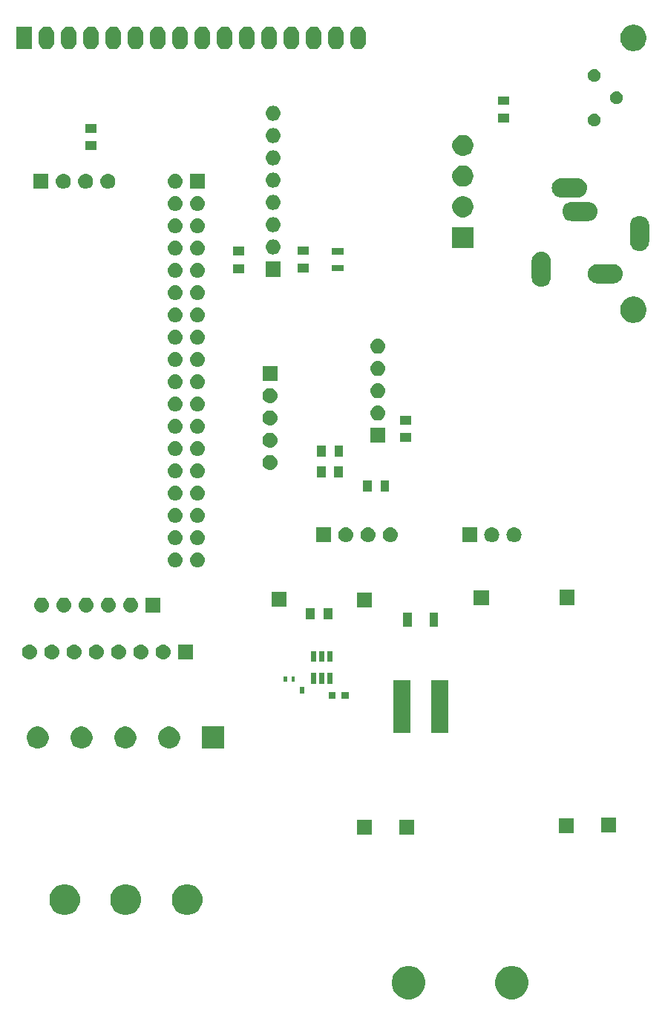
<source format=gbr>
G04 #@! TF.GenerationSoftware,KiCad,Pcbnew,5.0.2-bee76a0~70~ubuntu18.04.1*
G04 #@! TF.CreationDate,2019-03-18T17:02:54-07:00*
G04 #@! TF.ProjectId,Half_Shield,48616c66-5f53-4686-9965-6c642e6b6963,rev?*
G04 #@! TF.SameCoordinates,Original*
G04 #@! TF.FileFunction,Soldermask,Top*
G04 #@! TF.FilePolarity,Negative*
%FSLAX46Y46*%
G04 Gerber Fmt 4.6, Leading zero omitted, Abs format (unit mm)*
G04 Created by KiCad (PCBNEW 5.0.2-bee76a0~70~ubuntu18.04.1) date Mon 18 Mar 2019 05:02:54 PM PDT*
%MOMM*%
%LPD*%
G01*
G04 APERTURE LIST*
%ADD10C,0.100000*%
G04 APERTURE END LIST*
D10*
G36*
X165654209Y-141479816D02*
X165999986Y-141623041D01*
X166311182Y-141830976D01*
X166575824Y-142095618D01*
X166783759Y-142406814D01*
X166926984Y-142752591D01*
X167000000Y-143119665D01*
X167000000Y-143493935D01*
X166926984Y-143861009D01*
X166783759Y-144206786D01*
X166575824Y-144517982D01*
X166311182Y-144782624D01*
X165999986Y-144990559D01*
X165654209Y-145133784D01*
X165287135Y-145206800D01*
X164912865Y-145206800D01*
X164545791Y-145133784D01*
X164200014Y-144990559D01*
X163888818Y-144782624D01*
X163624176Y-144517982D01*
X163416241Y-144206786D01*
X163273016Y-143861009D01*
X163200000Y-143493935D01*
X163200000Y-143119665D01*
X163273016Y-142752591D01*
X163416241Y-142406814D01*
X163624176Y-142095618D01*
X163888818Y-141830976D01*
X164200014Y-141623041D01*
X164545791Y-141479816D01*
X164912865Y-141406800D01*
X165287135Y-141406800D01*
X165654209Y-141479816D01*
X165654209Y-141479816D01*
G37*
G36*
X153868609Y-141479816D02*
X154214386Y-141623041D01*
X154525582Y-141830976D01*
X154790224Y-142095618D01*
X154998159Y-142406814D01*
X155141384Y-142752591D01*
X155214400Y-143119665D01*
X155214400Y-143493935D01*
X155141384Y-143861009D01*
X154998159Y-144206786D01*
X154790224Y-144517982D01*
X154525582Y-144782624D01*
X154214386Y-144990559D01*
X153868609Y-145133784D01*
X153501535Y-145206800D01*
X153127265Y-145206800D01*
X152760191Y-145133784D01*
X152414414Y-144990559D01*
X152103218Y-144782624D01*
X151838576Y-144517982D01*
X151630641Y-144206786D01*
X151487416Y-143861009D01*
X151414400Y-143493935D01*
X151414400Y-143119665D01*
X151487416Y-142752591D01*
X151630641Y-142406814D01*
X151838576Y-142095618D01*
X152103218Y-141830976D01*
X152414414Y-141623041D01*
X152760191Y-141479816D01*
X153127265Y-141406800D01*
X153501535Y-141406800D01*
X153868609Y-141479816D01*
X153868609Y-141479816D01*
G37*
G36*
X121566856Y-132175251D02*
X121885336Y-132307170D01*
X122171960Y-132498686D01*
X122415714Y-132742440D01*
X122607230Y-133029064D01*
X122739149Y-133347544D01*
X122806400Y-133685640D01*
X122806400Y-134030360D01*
X122739149Y-134368456D01*
X122607230Y-134686936D01*
X122415714Y-134973560D01*
X122171960Y-135217314D01*
X121885336Y-135408830D01*
X121566856Y-135540749D01*
X121228760Y-135608000D01*
X120884040Y-135608000D01*
X120545944Y-135540749D01*
X120227464Y-135408830D01*
X119940840Y-135217314D01*
X119697086Y-134973560D01*
X119505570Y-134686936D01*
X119373651Y-134368456D01*
X119306400Y-134030360D01*
X119306400Y-133685640D01*
X119373651Y-133347544D01*
X119505570Y-133029064D01*
X119697086Y-132742440D01*
X119940840Y-132498686D01*
X120227464Y-132307170D01*
X120545944Y-132175251D01*
X120884040Y-132108000D01*
X121228760Y-132108000D01*
X121566856Y-132175251D01*
X121566856Y-132175251D01*
G37*
G36*
X114607256Y-132175251D02*
X114925736Y-132307170D01*
X115212360Y-132498686D01*
X115456114Y-132742440D01*
X115647630Y-133029064D01*
X115779549Y-133347544D01*
X115846800Y-133685640D01*
X115846800Y-134030360D01*
X115779549Y-134368456D01*
X115647630Y-134686936D01*
X115456114Y-134973560D01*
X115212360Y-135217314D01*
X114925736Y-135408830D01*
X114607256Y-135540749D01*
X114269160Y-135608000D01*
X113924440Y-135608000D01*
X113586344Y-135540749D01*
X113267864Y-135408830D01*
X112981240Y-135217314D01*
X112737486Y-134973560D01*
X112545970Y-134686936D01*
X112414051Y-134368456D01*
X112346800Y-134030360D01*
X112346800Y-133685640D01*
X112414051Y-133347544D01*
X112545970Y-133029064D01*
X112737486Y-132742440D01*
X112981240Y-132498686D01*
X113267864Y-132307170D01*
X113586344Y-132175251D01*
X113924440Y-132108000D01*
X114269160Y-132108000D01*
X114607256Y-132175251D01*
X114607256Y-132175251D01*
G37*
G36*
X128577256Y-132175251D02*
X128895736Y-132307170D01*
X129182360Y-132498686D01*
X129426114Y-132742440D01*
X129617630Y-133029064D01*
X129749549Y-133347544D01*
X129816800Y-133685640D01*
X129816800Y-134030360D01*
X129749549Y-134368456D01*
X129617630Y-134686936D01*
X129426114Y-134973560D01*
X129182360Y-135217314D01*
X128895736Y-135408830D01*
X128577256Y-135540749D01*
X128239160Y-135608000D01*
X127894440Y-135608000D01*
X127556344Y-135540749D01*
X127237864Y-135408830D01*
X126951240Y-135217314D01*
X126707486Y-134973560D01*
X126515970Y-134686936D01*
X126384051Y-134368456D01*
X126316800Y-134030360D01*
X126316800Y-133685640D01*
X126384051Y-133347544D01*
X126515970Y-133029064D01*
X126707486Y-132742440D01*
X126951240Y-132498686D01*
X127237864Y-132307170D01*
X127556344Y-132175251D01*
X127894440Y-132108000D01*
X128239160Y-132108000D01*
X128577256Y-132175251D01*
X128577256Y-132175251D01*
G37*
G36*
X153960949Y-126468646D02*
X152260949Y-126468646D01*
X152260949Y-124768646D01*
X153960949Y-124768646D01*
X153960949Y-126468646D01*
X153960949Y-126468646D01*
G37*
G36*
X149109549Y-126430546D02*
X147409549Y-126430546D01*
X147409549Y-124730546D01*
X149109549Y-124730546D01*
X149109549Y-126430546D01*
X149109549Y-126430546D01*
G37*
G36*
X172161176Y-126245992D02*
X170461176Y-126245992D01*
X170461176Y-124545992D01*
X172161176Y-124545992D01*
X172161176Y-126245992D01*
X172161176Y-126245992D01*
G37*
G36*
X176987176Y-126233292D02*
X175287176Y-126233292D01*
X175287176Y-124533292D01*
X176987176Y-124533292D01*
X176987176Y-126233292D01*
X176987176Y-126233292D01*
G37*
G36*
X111377812Y-114164837D02*
X111605296Y-114259064D01*
X111810031Y-114395864D01*
X111984136Y-114569969D01*
X112120936Y-114774704D01*
X112215163Y-115002188D01*
X112263200Y-115243685D01*
X112263200Y-115489915D01*
X112215163Y-115731412D01*
X112120936Y-115958896D01*
X111984136Y-116163631D01*
X111810031Y-116337736D01*
X111605296Y-116474536D01*
X111377812Y-116568763D01*
X111136315Y-116616800D01*
X110890085Y-116616800D01*
X110648588Y-116568763D01*
X110421104Y-116474536D01*
X110216369Y-116337736D01*
X110042264Y-116163631D01*
X109905464Y-115958896D01*
X109811237Y-115731412D01*
X109763200Y-115489915D01*
X109763200Y-115243685D01*
X109811237Y-115002188D01*
X109905464Y-114774704D01*
X110042264Y-114569969D01*
X110216369Y-114395864D01*
X110421104Y-114259064D01*
X110648588Y-114164837D01*
X110890085Y-114116800D01*
X111136315Y-114116800D01*
X111377812Y-114164837D01*
X111377812Y-114164837D01*
G37*
G36*
X132263200Y-116616800D02*
X129763200Y-116616800D01*
X129763200Y-114116800D01*
X132263200Y-114116800D01*
X132263200Y-116616800D01*
X132263200Y-116616800D01*
G37*
G36*
X126377812Y-114164837D02*
X126605296Y-114259064D01*
X126810031Y-114395864D01*
X126984136Y-114569969D01*
X127120936Y-114774704D01*
X127215163Y-115002188D01*
X127263200Y-115243685D01*
X127263200Y-115489915D01*
X127215163Y-115731412D01*
X127120936Y-115958896D01*
X126984136Y-116163631D01*
X126810031Y-116337736D01*
X126605296Y-116474536D01*
X126377812Y-116568763D01*
X126136315Y-116616800D01*
X125890085Y-116616800D01*
X125648588Y-116568763D01*
X125421104Y-116474536D01*
X125216369Y-116337736D01*
X125042264Y-116163631D01*
X124905464Y-115958896D01*
X124811237Y-115731412D01*
X124763200Y-115489915D01*
X124763200Y-115243685D01*
X124811237Y-115002188D01*
X124905464Y-114774704D01*
X125042264Y-114569969D01*
X125216369Y-114395864D01*
X125421104Y-114259064D01*
X125648588Y-114164837D01*
X125890085Y-114116800D01*
X126136315Y-114116800D01*
X126377812Y-114164837D01*
X126377812Y-114164837D01*
G37*
G36*
X121377812Y-114164837D02*
X121605296Y-114259064D01*
X121810031Y-114395864D01*
X121984136Y-114569969D01*
X122120936Y-114774704D01*
X122215163Y-115002188D01*
X122263200Y-115243685D01*
X122263200Y-115489915D01*
X122215163Y-115731412D01*
X122120936Y-115958896D01*
X121984136Y-116163631D01*
X121810031Y-116337736D01*
X121605296Y-116474536D01*
X121377812Y-116568763D01*
X121136315Y-116616800D01*
X120890085Y-116616800D01*
X120648588Y-116568763D01*
X120421104Y-116474536D01*
X120216369Y-116337736D01*
X120042264Y-116163631D01*
X119905464Y-115958896D01*
X119811237Y-115731412D01*
X119763200Y-115489915D01*
X119763200Y-115243685D01*
X119811237Y-115002188D01*
X119905464Y-114774704D01*
X120042264Y-114569969D01*
X120216369Y-114395864D01*
X120421104Y-114259064D01*
X120648588Y-114164837D01*
X120890085Y-114116800D01*
X121136315Y-114116800D01*
X121377812Y-114164837D01*
X121377812Y-114164837D01*
G37*
G36*
X116377812Y-114164837D02*
X116605296Y-114259064D01*
X116810031Y-114395864D01*
X116984136Y-114569969D01*
X117120936Y-114774704D01*
X117215163Y-115002188D01*
X117263200Y-115243685D01*
X117263200Y-115489915D01*
X117215163Y-115731412D01*
X117120936Y-115958896D01*
X116984136Y-116163631D01*
X116810031Y-116337736D01*
X116605296Y-116474536D01*
X116377812Y-116568763D01*
X116136315Y-116616800D01*
X115890085Y-116616800D01*
X115648588Y-116568763D01*
X115421104Y-116474536D01*
X115216369Y-116337736D01*
X115042264Y-116163631D01*
X114905464Y-115958896D01*
X114811237Y-115731412D01*
X114763200Y-115489915D01*
X114763200Y-115243685D01*
X114811237Y-115002188D01*
X114905464Y-114774704D01*
X115042264Y-114569969D01*
X115216369Y-114395864D01*
X115421104Y-114259064D01*
X115648588Y-114164837D01*
X115890085Y-114116800D01*
X116136315Y-114116800D01*
X116377812Y-114164837D01*
X116377812Y-114164837D01*
G37*
G36*
X153555700Y-114808000D02*
X151549100Y-114808000D01*
X151549100Y-108813600D01*
X153555700Y-108813600D01*
X153555700Y-114808000D01*
X153555700Y-114808000D01*
G37*
G36*
X157873700Y-114808000D02*
X155867100Y-114808000D01*
X155867100Y-108813600D01*
X157873700Y-108813600D01*
X157873700Y-114808000D01*
X157873700Y-114808000D01*
G37*
G36*
X145000800Y-110915800D02*
X144200800Y-110915800D01*
X144200800Y-110165800D01*
X145000800Y-110165800D01*
X145000800Y-110915800D01*
X145000800Y-110915800D01*
G37*
G36*
X146500800Y-110915800D02*
X145700800Y-110915800D01*
X145700800Y-110165800D01*
X146500800Y-110165800D01*
X146500800Y-110915800D01*
X146500800Y-110915800D01*
G37*
G36*
X141388200Y-110382000D02*
X140958200Y-110382000D01*
X140958200Y-109582000D01*
X141388200Y-109582000D01*
X141388200Y-110382000D01*
X141388200Y-110382000D01*
G37*
G36*
X144668600Y-109256200D02*
X144078600Y-109256200D01*
X144078600Y-108006200D01*
X144668600Y-108006200D01*
X144668600Y-109256200D01*
X144668600Y-109256200D01*
G37*
G36*
X142768600Y-109256200D02*
X142178600Y-109256200D01*
X142178600Y-108006200D01*
X142768600Y-108006200D01*
X142768600Y-109256200D01*
X142768600Y-109256200D01*
G37*
G36*
X143718600Y-109256200D02*
X143128600Y-109256200D01*
X143128600Y-108006200D01*
X143718600Y-108006200D01*
X143718600Y-109256200D01*
X143718600Y-109256200D01*
G37*
G36*
X139457200Y-109012000D02*
X139057200Y-109012000D01*
X139057200Y-108412000D01*
X139457200Y-108412000D01*
X139457200Y-109012000D01*
X139457200Y-109012000D01*
G37*
G36*
X140357200Y-109012000D02*
X139957200Y-109012000D01*
X139957200Y-108412000D01*
X140357200Y-108412000D01*
X140357200Y-109012000D01*
X140357200Y-109012000D01*
G37*
G36*
X144668600Y-106746200D02*
X144078600Y-106746200D01*
X144078600Y-105496200D01*
X144668600Y-105496200D01*
X144668600Y-106746200D01*
X144668600Y-106746200D01*
G37*
G36*
X143718600Y-106746200D02*
X143128600Y-106746200D01*
X143128600Y-105496200D01*
X143718600Y-105496200D01*
X143718600Y-106746200D01*
X143718600Y-106746200D01*
G37*
G36*
X142768600Y-106746200D02*
X142178600Y-106746200D01*
X142178600Y-105496200D01*
X142768600Y-105496200D01*
X142768600Y-106746200D01*
X142768600Y-106746200D01*
G37*
G36*
X120410230Y-104775499D02*
X120570455Y-104824103D01*
X120718120Y-104903031D01*
X120847549Y-105009251D01*
X120953769Y-105138680D01*
X121032697Y-105286345D01*
X121081301Y-105446570D01*
X121097712Y-105613200D01*
X121081301Y-105779830D01*
X121032697Y-105940055D01*
X120953769Y-106087720D01*
X120847549Y-106217149D01*
X120718120Y-106323369D01*
X120570455Y-106402297D01*
X120410230Y-106450901D01*
X120285352Y-106463200D01*
X120201848Y-106463200D01*
X120076970Y-106450901D01*
X119916745Y-106402297D01*
X119769080Y-106323369D01*
X119639651Y-106217149D01*
X119533431Y-106087720D01*
X119454503Y-105940055D01*
X119405899Y-105779830D01*
X119389488Y-105613200D01*
X119405899Y-105446570D01*
X119454503Y-105286345D01*
X119533431Y-105138680D01*
X119639651Y-105009251D01*
X119769080Y-104903031D01*
X119916745Y-104824103D01*
X120076970Y-104775499D01*
X120201848Y-104763200D01*
X120285352Y-104763200D01*
X120410230Y-104775499D01*
X120410230Y-104775499D01*
G37*
G36*
X128713600Y-106463200D02*
X127013600Y-106463200D01*
X127013600Y-104763200D01*
X128713600Y-104763200D01*
X128713600Y-106463200D01*
X128713600Y-106463200D01*
G37*
G36*
X125490230Y-104775499D02*
X125650455Y-104824103D01*
X125798120Y-104903031D01*
X125927549Y-105009251D01*
X126033769Y-105138680D01*
X126112697Y-105286345D01*
X126161301Y-105446570D01*
X126177712Y-105613200D01*
X126161301Y-105779830D01*
X126112697Y-105940055D01*
X126033769Y-106087720D01*
X125927549Y-106217149D01*
X125798120Y-106323369D01*
X125650455Y-106402297D01*
X125490230Y-106450901D01*
X125365352Y-106463200D01*
X125281848Y-106463200D01*
X125156970Y-106450901D01*
X124996745Y-106402297D01*
X124849080Y-106323369D01*
X124719651Y-106217149D01*
X124613431Y-106087720D01*
X124534503Y-105940055D01*
X124485899Y-105779830D01*
X124469488Y-105613200D01*
X124485899Y-105446570D01*
X124534503Y-105286345D01*
X124613431Y-105138680D01*
X124719651Y-105009251D01*
X124849080Y-104903031D01*
X124996745Y-104824103D01*
X125156970Y-104775499D01*
X125281848Y-104763200D01*
X125365352Y-104763200D01*
X125490230Y-104775499D01*
X125490230Y-104775499D01*
G37*
G36*
X117870230Y-104775499D02*
X118030455Y-104824103D01*
X118178120Y-104903031D01*
X118307549Y-105009251D01*
X118413769Y-105138680D01*
X118492697Y-105286345D01*
X118541301Y-105446570D01*
X118557712Y-105613200D01*
X118541301Y-105779830D01*
X118492697Y-105940055D01*
X118413769Y-106087720D01*
X118307549Y-106217149D01*
X118178120Y-106323369D01*
X118030455Y-106402297D01*
X117870230Y-106450901D01*
X117745352Y-106463200D01*
X117661848Y-106463200D01*
X117536970Y-106450901D01*
X117376745Y-106402297D01*
X117229080Y-106323369D01*
X117099651Y-106217149D01*
X116993431Y-106087720D01*
X116914503Y-105940055D01*
X116865899Y-105779830D01*
X116849488Y-105613200D01*
X116865899Y-105446570D01*
X116914503Y-105286345D01*
X116993431Y-105138680D01*
X117099651Y-105009251D01*
X117229080Y-104903031D01*
X117376745Y-104824103D01*
X117536970Y-104775499D01*
X117661848Y-104763200D01*
X117745352Y-104763200D01*
X117870230Y-104775499D01*
X117870230Y-104775499D01*
G37*
G36*
X115330230Y-104775499D02*
X115490455Y-104824103D01*
X115638120Y-104903031D01*
X115767549Y-105009251D01*
X115873769Y-105138680D01*
X115952697Y-105286345D01*
X116001301Y-105446570D01*
X116017712Y-105613200D01*
X116001301Y-105779830D01*
X115952697Y-105940055D01*
X115873769Y-106087720D01*
X115767549Y-106217149D01*
X115638120Y-106323369D01*
X115490455Y-106402297D01*
X115330230Y-106450901D01*
X115205352Y-106463200D01*
X115121848Y-106463200D01*
X114996970Y-106450901D01*
X114836745Y-106402297D01*
X114689080Y-106323369D01*
X114559651Y-106217149D01*
X114453431Y-106087720D01*
X114374503Y-105940055D01*
X114325899Y-105779830D01*
X114309488Y-105613200D01*
X114325899Y-105446570D01*
X114374503Y-105286345D01*
X114453431Y-105138680D01*
X114559651Y-105009251D01*
X114689080Y-104903031D01*
X114836745Y-104824103D01*
X114996970Y-104775499D01*
X115121848Y-104763200D01*
X115205352Y-104763200D01*
X115330230Y-104775499D01*
X115330230Y-104775499D01*
G37*
G36*
X112790230Y-104775499D02*
X112950455Y-104824103D01*
X113098120Y-104903031D01*
X113227549Y-105009251D01*
X113333769Y-105138680D01*
X113412697Y-105286345D01*
X113461301Y-105446570D01*
X113477712Y-105613200D01*
X113461301Y-105779830D01*
X113412697Y-105940055D01*
X113333769Y-106087720D01*
X113227549Y-106217149D01*
X113098120Y-106323369D01*
X112950455Y-106402297D01*
X112790230Y-106450901D01*
X112665352Y-106463200D01*
X112581848Y-106463200D01*
X112456970Y-106450901D01*
X112296745Y-106402297D01*
X112149080Y-106323369D01*
X112019651Y-106217149D01*
X111913431Y-106087720D01*
X111834503Y-105940055D01*
X111785899Y-105779830D01*
X111769488Y-105613200D01*
X111785899Y-105446570D01*
X111834503Y-105286345D01*
X111913431Y-105138680D01*
X112019651Y-105009251D01*
X112149080Y-104903031D01*
X112296745Y-104824103D01*
X112456970Y-104775499D01*
X112581848Y-104763200D01*
X112665352Y-104763200D01*
X112790230Y-104775499D01*
X112790230Y-104775499D01*
G37*
G36*
X110250230Y-104775499D02*
X110410455Y-104824103D01*
X110558120Y-104903031D01*
X110687549Y-105009251D01*
X110793769Y-105138680D01*
X110872697Y-105286345D01*
X110921301Y-105446570D01*
X110937712Y-105613200D01*
X110921301Y-105779830D01*
X110872697Y-105940055D01*
X110793769Y-106087720D01*
X110687549Y-106217149D01*
X110558120Y-106323369D01*
X110410455Y-106402297D01*
X110250230Y-106450901D01*
X110125352Y-106463200D01*
X110041848Y-106463200D01*
X109916970Y-106450901D01*
X109756745Y-106402297D01*
X109609080Y-106323369D01*
X109479651Y-106217149D01*
X109373431Y-106087720D01*
X109294503Y-105940055D01*
X109245899Y-105779830D01*
X109229488Y-105613200D01*
X109245899Y-105446570D01*
X109294503Y-105286345D01*
X109373431Y-105138680D01*
X109479651Y-105009251D01*
X109609080Y-104903031D01*
X109756745Y-104824103D01*
X109916970Y-104775499D01*
X110041848Y-104763200D01*
X110125352Y-104763200D01*
X110250230Y-104775499D01*
X110250230Y-104775499D01*
G37*
G36*
X122950230Y-104775499D02*
X123110455Y-104824103D01*
X123258120Y-104903031D01*
X123387549Y-105009251D01*
X123493769Y-105138680D01*
X123572697Y-105286345D01*
X123621301Y-105446570D01*
X123637712Y-105613200D01*
X123621301Y-105779830D01*
X123572697Y-105940055D01*
X123493769Y-106087720D01*
X123387549Y-106217149D01*
X123258120Y-106323369D01*
X123110455Y-106402297D01*
X122950230Y-106450901D01*
X122825352Y-106463200D01*
X122741848Y-106463200D01*
X122616970Y-106450901D01*
X122456745Y-106402297D01*
X122309080Y-106323369D01*
X122179651Y-106217149D01*
X122073431Y-106087720D01*
X121994503Y-105940055D01*
X121945899Y-105779830D01*
X121929488Y-105613200D01*
X121945899Y-105446570D01*
X121994503Y-105286345D01*
X122073431Y-105138680D01*
X122179651Y-105009251D01*
X122309080Y-104903031D01*
X122456745Y-104824103D01*
X122616970Y-104775499D01*
X122741848Y-104763200D01*
X122825352Y-104763200D01*
X122950230Y-104775499D01*
X122950230Y-104775499D01*
G37*
G36*
X153710000Y-102704800D02*
X152710000Y-102704800D01*
X152710000Y-101104800D01*
X153710000Y-101104800D01*
X153710000Y-102704800D01*
X153710000Y-102704800D01*
G37*
G36*
X156710000Y-102704800D02*
X155710000Y-102704800D01*
X155710000Y-101104800D01*
X156710000Y-101104800D01*
X156710000Y-102704800D01*
X156710000Y-102704800D01*
G37*
G36*
X142619600Y-101869400D02*
X141619600Y-101869400D01*
X141619600Y-100619400D01*
X142619600Y-100619400D01*
X142619600Y-101869400D01*
X142619600Y-101869400D01*
G37*
G36*
X144619600Y-101869400D02*
X143619600Y-101869400D01*
X143619600Y-100619400D01*
X144619600Y-100619400D01*
X144619600Y-101869400D01*
X144619600Y-101869400D01*
G37*
G36*
X125005200Y-101116500D02*
X123305200Y-101116500D01*
X123305200Y-99416500D01*
X125005200Y-99416500D01*
X125005200Y-101116500D01*
X125005200Y-101116500D01*
G37*
G36*
X121781830Y-99428799D02*
X121942055Y-99477403D01*
X122089720Y-99556331D01*
X122219149Y-99662551D01*
X122325369Y-99791980D01*
X122404297Y-99939645D01*
X122452901Y-100099870D01*
X122469312Y-100266500D01*
X122452901Y-100433130D01*
X122404297Y-100593355D01*
X122325369Y-100741020D01*
X122219149Y-100870449D01*
X122089720Y-100976669D01*
X121942055Y-101055597D01*
X121781830Y-101104201D01*
X121656952Y-101116500D01*
X121573448Y-101116500D01*
X121448570Y-101104201D01*
X121288345Y-101055597D01*
X121140680Y-100976669D01*
X121011251Y-100870449D01*
X120905031Y-100741020D01*
X120826103Y-100593355D01*
X120777499Y-100433130D01*
X120761088Y-100266500D01*
X120777499Y-100099870D01*
X120826103Y-99939645D01*
X120905031Y-99791980D01*
X121011251Y-99662551D01*
X121140680Y-99556331D01*
X121288345Y-99477403D01*
X121448570Y-99428799D01*
X121573448Y-99416500D01*
X121656952Y-99416500D01*
X121781830Y-99428799D01*
X121781830Y-99428799D01*
G37*
G36*
X119241830Y-99428799D02*
X119402055Y-99477403D01*
X119549720Y-99556331D01*
X119679149Y-99662551D01*
X119785369Y-99791980D01*
X119864297Y-99939645D01*
X119912901Y-100099870D01*
X119929312Y-100266500D01*
X119912901Y-100433130D01*
X119864297Y-100593355D01*
X119785369Y-100741020D01*
X119679149Y-100870449D01*
X119549720Y-100976669D01*
X119402055Y-101055597D01*
X119241830Y-101104201D01*
X119116952Y-101116500D01*
X119033448Y-101116500D01*
X118908570Y-101104201D01*
X118748345Y-101055597D01*
X118600680Y-100976669D01*
X118471251Y-100870449D01*
X118365031Y-100741020D01*
X118286103Y-100593355D01*
X118237499Y-100433130D01*
X118221088Y-100266500D01*
X118237499Y-100099870D01*
X118286103Y-99939645D01*
X118365031Y-99791980D01*
X118471251Y-99662551D01*
X118600680Y-99556331D01*
X118748345Y-99477403D01*
X118908570Y-99428799D01*
X119033448Y-99416500D01*
X119116952Y-99416500D01*
X119241830Y-99428799D01*
X119241830Y-99428799D01*
G37*
G36*
X114161830Y-99428799D02*
X114322055Y-99477403D01*
X114469720Y-99556331D01*
X114599149Y-99662551D01*
X114705369Y-99791980D01*
X114784297Y-99939645D01*
X114832901Y-100099870D01*
X114849312Y-100266500D01*
X114832901Y-100433130D01*
X114784297Y-100593355D01*
X114705369Y-100741020D01*
X114599149Y-100870449D01*
X114469720Y-100976669D01*
X114322055Y-101055597D01*
X114161830Y-101104201D01*
X114036952Y-101116500D01*
X113953448Y-101116500D01*
X113828570Y-101104201D01*
X113668345Y-101055597D01*
X113520680Y-100976669D01*
X113391251Y-100870449D01*
X113285031Y-100741020D01*
X113206103Y-100593355D01*
X113157499Y-100433130D01*
X113141088Y-100266500D01*
X113157499Y-100099870D01*
X113206103Y-99939645D01*
X113285031Y-99791980D01*
X113391251Y-99662551D01*
X113520680Y-99556331D01*
X113668345Y-99477403D01*
X113828570Y-99428799D01*
X113953448Y-99416500D01*
X114036952Y-99416500D01*
X114161830Y-99428799D01*
X114161830Y-99428799D01*
G37*
G36*
X116701830Y-99428799D02*
X116862055Y-99477403D01*
X117009720Y-99556331D01*
X117139149Y-99662551D01*
X117245369Y-99791980D01*
X117324297Y-99939645D01*
X117372901Y-100099870D01*
X117389312Y-100266500D01*
X117372901Y-100433130D01*
X117324297Y-100593355D01*
X117245369Y-100741020D01*
X117139149Y-100870449D01*
X117009720Y-100976669D01*
X116862055Y-101055597D01*
X116701830Y-101104201D01*
X116576952Y-101116500D01*
X116493448Y-101116500D01*
X116368570Y-101104201D01*
X116208345Y-101055597D01*
X116060680Y-100976669D01*
X115931251Y-100870449D01*
X115825031Y-100741020D01*
X115746103Y-100593355D01*
X115697499Y-100433130D01*
X115681088Y-100266500D01*
X115697499Y-100099870D01*
X115746103Y-99939645D01*
X115825031Y-99791980D01*
X115931251Y-99662551D01*
X116060680Y-99556331D01*
X116208345Y-99477403D01*
X116368570Y-99428799D01*
X116493448Y-99416500D01*
X116576952Y-99416500D01*
X116701830Y-99428799D01*
X116701830Y-99428799D01*
G37*
G36*
X111621830Y-99428799D02*
X111782055Y-99477403D01*
X111929720Y-99556331D01*
X112059149Y-99662551D01*
X112165369Y-99791980D01*
X112244297Y-99939645D01*
X112292901Y-100099870D01*
X112309312Y-100266500D01*
X112292901Y-100433130D01*
X112244297Y-100593355D01*
X112165369Y-100741020D01*
X112059149Y-100870449D01*
X111929720Y-100976669D01*
X111782055Y-101055597D01*
X111621830Y-101104201D01*
X111496952Y-101116500D01*
X111413448Y-101116500D01*
X111288570Y-101104201D01*
X111128345Y-101055597D01*
X110980680Y-100976669D01*
X110851251Y-100870449D01*
X110745031Y-100741020D01*
X110666103Y-100593355D01*
X110617499Y-100433130D01*
X110601088Y-100266500D01*
X110617499Y-100099870D01*
X110666103Y-99939645D01*
X110745031Y-99791980D01*
X110851251Y-99662551D01*
X110980680Y-99556331D01*
X111128345Y-99477403D01*
X111288570Y-99428799D01*
X111413448Y-99416500D01*
X111496952Y-99416500D01*
X111621830Y-99428799D01*
X111621830Y-99428799D01*
G37*
G36*
X149173049Y-100509846D02*
X147473049Y-100509846D01*
X147473049Y-98809846D01*
X149173049Y-98809846D01*
X149173049Y-100509846D01*
X149173049Y-100509846D01*
G37*
G36*
X139432400Y-100468800D02*
X137732400Y-100468800D01*
X137732400Y-98768800D01*
X139432400Y-98768800D01*
X139432400Y-100468800D01*
X139432400Y-100468800D01*
G37*
G36*
X162471076Y-100299892D02*
X160771076Y-100299892D01*
X160771076Y-98599892D01*
X162471076Y-98599892D01*
X162471076Y-100299892D01*
X162471076Y-100299892D01*
G37*
G36*
X172250076Y-100249092D02*
X170550076Y-100249092D01*
X170550076Y-98549092D01*
X172250076Y-98549092D01*
X172250076Y-100249092D01*
X172250076Y-100249092D01*
G37*
G36*
X129401830Y-94297999D02*
X129562055Y-94346603D01*
X129709720Y-94425531D01*
X129839149Y-94531751D01*
X129945369Y-94661180D01*
X130024297Y-94808845D01*
X130072901Y-94969070D01*
X130089312Y-95135700D01*
X130072901Y-95302330D01*
X130024297Y-95462555D01*
X129945369Y-95610220D01*
X129839149Y-95739649D01*
X129709720Y-95845869D01*
X129562055Y-95924797D01*
X129401830Y-95973401D01*
X129276952Y-95985700D01*
X129193448Y-95985700D01*
X129068570Y-95973401D01*
X128908345Y-95924797D01*
X128760680Y-95845869D01*
X128631251Y-95739649D01*
X128525031Y-95610220D01*
X128446103Y-95462555D01*
X128397499Y-95302330D01*
X128381088Y-95135700D01*
X128397499Y-94969070D01*
X128446103Y-94808845D01*
X128525031Y-94661180D01*
X128631251Y-94531751D01*
X128760680Y-94425531D01*
X128908345Y-94346603D01*
X129068570Y-94297999D01*
X129193448Y-94285700D01*
X129276952Y-94285700D01*
X129401830Y-94297999D01*
X129401830Y-94297999D01*
G37*
G36*
X126861830Y-94297999D02*
X127022055Y-94346603D01*
X127169720Y-94425531D01*
X127299149Y-94531751D01*
X127405369Y-94661180D01*
X127484297Y-94808845D01*
X127532901Y-94969070D01*
X127549312Y-95135700D01*
X127532901Y-95302330D01*
X127484297Y-95462555D01*
X127405369Y-95610220D01*
X127299149Y-95739649D01*
X127169720Y-95845869D01*
X127022055Y-95924797D01*
X126861830Y-95973401D01*
X126736952Y-95985700D01*
X126653448Y-95985700D01*
X126528570Y-95973401D01*
X126368345Y-95924797D01*
X126220680Y-95845869D01*
X126091251Y-95739649D01*
X125985031Y-95610220D01*
X125906103Y-95462555D01*
X125857499Y-95302330D01*
X125841088Y-95135700D01*
X125857499Y-94969070D01*
X125906103Y-94808845D01*
X125985031Y-94661180D01*
X126091251Y-94531751D01*
X126220680Y-94425531D01*
X126368345Y-94346603D01*
X126528570Y-94297999D01*
X126653448Y-94285700D01*
X126736952Y-94285700D01*
X126861830Y-94297999D01*
X126861830Y-94297999D01*
G37*
G36*
X126861830Y-91757999D02*
X127022055Y-91806603D01*
X127169720Y-91885531D01*
X127299149Y-91991751D01*
X127405369Y-92121180D01*
X127484297Y-92268845D01*
X127532901Y-92429070D01*
X127549312Y-92595700D01*
X127532901Y-92762330D01*
X127484297Y-92922555D01*
X127405369Y-93070220D01*
X127299149Y-93199649D01*
X127169720Y-93305869D01*
X127022055Y-93384797D01*
X126861830Y-93433401D01*
X126736952Y-93445700D01*
X126653448Y-93445700D01*
X126528570Y-93433401D01*
X126368345Y-93384797D01*
X126220680Y-93305869D01*
X126091251Y-93199649D01*
X125985031Y-93070220D01*
X125906103Y-92922555D01*
X125857499Y-92762330D01*
X125841088Y-92595700D01*
X125857499Y-92429070D01*
X125906103Y-92268845D01*
X125985031Y-92121180D01*
X126091251Y-91991751D01*
X126220680Y-91885531D01*
X126368345Y-91806603D01*
X126528570Y-91757999D01*
X126653448Y-91745700D01*
X126736952Y-91745700D01*
X126861830Y-91757999D01*
X126861830Y-91757999D01*
G37*
G36*
X129401830Y-91757999D02*
X129562055Y-91806603D01*
X129709720Y-91885531D01*
X129839149Y-91991751D01*
X129945369Y-92121180D01*
X130024297Y-92268845D01*
X130072901Y-92429070D01*
X130089312Y-92595700D01*
X130072901Y-92762330D01*
X130024297Y-92922555D01*
X129945369Y-93070220D01*
X129839149Y-93199649D01*
X129709720Y-93305869D01*
X129562055Y-93384797D01*
X129401830Y-93433401D01*
X129276952Y-93445700D01*
X129193448Y-93445700D01*
X129068570Y-93433401D01*
X128908345Y-93384797D01*
X128760680Y-93305869D01*
X128631251Y-93199649D01*
X128525031Y-93070220D01*
X128446103Y-92922555D01*
X128397499Y-92762330D01*
X128381088Y-92595700D01*
X128397499Y-92429070D01*
X128446103Y-92268845D01*
X128525031Y-92121180D01*
X128631251Y-91991751D01*
X128760680Y-91885531D01*
X128908345Y-91806603D01*
X129068570Y-91757999D01*
X129193448Y-91745700D01*
X129276952Y-91745700D01*
X129401830Y-91757999D01*
X129401830Y-91757999D01*
G37*
G36*
X165520630Y-91415099D02*
X165680855Y-91463703D01*
X165828520Y-91542631D01*
X165957949Y-91648851D01*
X166064169Y-91778280D01*
X166143097Y-91925945D01*
X166191701Y-92086170D01*
X166208112Y-92252800D01*
X166191701Y-92419430D01*
X166143097Y-92579655D01*
X166064169Y-92727320D01*
X165957949Y-92856749D01*
X165828520Y-92962969D01*
X165680855Y-93041897D01*
X165520630Y-93090501D01*
X165395752Y-93102800D01*
X165312248Y-93102800D01*
X165187370Y-93090501D01*
X165027145Y-93041897D01*
X164879480Y-92962969D01*
X164750051Y-92856749D01*
X164643831Y-92727320D01*
X164564903Y-92579655D01*
X164516299Y-92419430D01*
X164499888Y-92252800D01*
X164516299Y-92086170D01*
X164564903Y-91925945D01*
X164643831Y-91778280D01*
X164750051Y-91648851D01*
X164879480Y-91542631D01*
X165027145Y-91463703D01*
X165187370Y-91415099D01*
X165312248Y-91402800D01*
X165395752Y-91402800D01*
X165520630Y-91415099D01*
X165520630Y-91415099D01*
G37*
G36*
X162980630Y-91415099D02*
X163140855Y-91463703D01*
X163288520Y-91542631D01*
X163417949Y-91648851D01*
X163524169Y-91778280D01*
X163603097Y-91925945D01*
X163651701Y-92086170D01*
X163668112Y-92252800D01*
X163651701Y-92419430D01*
X163603097Y-92579655D01*
X163524169Y-92727320D01*
X163417949Y-92856749D01*
X163288520Y-92962969D01*
X163140855Y-93041897D01*
X162980630Y-93090501D01*
X162855752Y-93102800D01*
X162772248Y-93102800D01*
X162647370Y-93090501D01*
X162487145Y-93041897D01*
X162339480Y-92962969D01*
X162210051Y-92856749D01*
X162103831Y-92727320D01*
X162024903Y-92579655D01*
X161976299Y-92419430D01*
X161959888Y-92252800D01*
X161976299Y-92086170D01*
X162024903Y-91925945D01*
X162103831Y-91778280D01*
X162210051Y-91648851D01*
X162339480Y-91542631D01*
X162487145Y-91463703D01*
X162647370Y-91415099D01*
X162772248Y-91402800D01*
X162855752Y-91402800D01*
X162980630Y-91415099D01*
X162980630Y-91415099D01*
G37*
G36*
X161124000Y-93102800D02*
X159424000Y-93102800D01*
X159424000Y-91402800D01*
X161124000Y-91402800D01*
X161124000Y-93102800D01*
X161124000Y-93102800D01*
G37*
G36*
X144461600Y-93102800D02*
X142761600Y-93102800D01*
X142761600Y-91402800D01*
X144461600Y-91402800D01*
X144461600Y-93102800D01*
X144461600Y-93102800D01*
G37*
G36*
X146318230Y-91415099D02*
X146478455Y-91463703D01*
X146626120Y-91542631D01*
X146755549Y-91648851D01*
X146861769Y-91778280D01*
X146940697Y-91925945D01*
X146989301Y-92086170D01*
X147005712Y-92252800D01*
X146989301Y-92419430D01*
X146940697Y-92579655D01*
X146861769Y-92727320D01*
X146755549Y-92856749D01*
X146626120Y-92962969D01*
X146478455Y-93041897D01*
X146318230Y-93090501D01*
X146193352Y-93102800D01*
X146109848Y-93102800D01*
X145984970Y-93090501D01*
X145824745Y-93041897D01*
X145677080Y-92962969D01*
X145547651Y-92856749D01*
X145441431Y-92727320D01*
X145362503Y-92579655D01*
X145313899Y-92419430D01*
X145297488Y-92252800D01*
X145313899Y-92086170D01*
X145362503Y-91925945D01*
X145441431Y-91778280D01*
X145547651Y-91648851D01*
X145677080Y-91542631D01*
X145824745Y-91463703D01*
X145984970Y-91415099D01*
X146109848Y-91402800D01*
X146193352Y-91402800D01*
X146318230Y-91415099D01*
X146318230Y-91415099D01*
G37*
G36*
X148858230Y-91415099D02*
X149018455Y-91463703D01*
X149166120Y-91542631D01*
X149295549Y-91648851D01*
X149401769Y-91778280D01*
X149480697Y-91925945D01*
X149529301Y-92086170D01*
X149545712Y-92252800D01*
X149529301Y-92419430D01*
X149480697Y-92579655D01*
X149401769Y-92727320D01*
X149295549Y-92856749D01*
X149166120Y-92962969D01*
X149018455Y-93041897D01*
X148858230Y-93090501D01*
X148733352Y-93102800D01*
X148649848Y-93102800D01*
X148524970Y-93090501D01*
X148364745Y-93041897D01*
X148217080Y-92962969D01*
X148087651Y-92856749D01*
X147981431Y-92727320D01*
X147902503Y-92579655D01*
X147853899Y-92419430D01*
X147837488Y-92252800D01*
X147853899Y-92086170D01*
X147902503Y-91925945D01*
X147981431Y-91778280D01*
X148087651Y-91648851D01*
X148217080Y-91542631D01*
X148364745Y-91463703D01*
X148524970Y-91415099D01*
X148649848Y-91402800D01*
X148733352Y-91402800D01*
X148858230Y-91415099D01*
X148858230Y-91415099D01*
G37*
G36*
X151398230Y-91415099D02*
X151558455Y-91463703D01*
X151706120Y-91542631D01*
X151835549Y-91648851D01*
X151941769Y-91778280D01*
X152020697Y-91925945D01*
X152069301Y-92086170D01*
X152085712Y-92252800D01*
X152069301Y-92419430D01*
X152020697Y-92579655D01*
X151941769Y-92727320D01*
X151835549Y-92856749D01*
X151706120Y-92962969D01*
X151558455Y-93041897D01*
X151398230Y-93090501D01*
X151273352Y-93102800D01*
X151189848Y-93102800D01*
X151064970Y-93090501D01*
X150904745Y-93041897D01*
X150757080Y-92962969D01*
X150627651Y-92856749D01*
X150521431Y-92727320D01*
X150442503Y-92579655D01*
X150393899Y-92419430D01*
X150377488Y-92252800D01*
X150393899Y-92086170D01*
X150442503Y-91925945D01*
X150521431Y-91778280D01*
X150627651Y-91648851D01*
X150757080Y-91542631D01*
X150904745Y-91463703D01*
X151064970Y-91415099D01*
X151189848Y-91402800D01*
X151273352Y-91402800D01*
X151398230Y-91415099D01*
X151398230Y-91415099D01*
G37*
G36*
X129401830Y-89217999D02*
X129562055Y-89266603D01*
X129709720Y-89345531D01*
X129839149Y-89451751D01*
X129945369Y-89581180D01*
X130024297Y-89728845D01*
X130072901Y-89889070D01*
X130089312Y-90055700D01*
X130072901Y-90222330D01*
X130024297Y-90382555D01*
X129945369Y-90530220D01*
X129839149Y-90659649D01*
X129709720Y-90765869D01*
X129562055Y-90844797D01*
X129401830Y-90893401D01*
X129276952Y-90905700D01*
X129193448Y-90905700D01*
X129068570Y-90893401D01*
X128908345Y-90844797D01*
X128760680Y-90765869D01*
X128631251Y-90659649D01*
X128525031Y-90530220D01*
X128446103Y-90382555D01*
X128397499Y-90222330D01*
X128381088Y-90055700D01*
X128397499Y-89889070D01*
X128446103Y-89728845D01*
X128525031Y-89581180D01*
X128631251Y-89451751D01*
X128760680Y-89345531D01*
X128908345Y-89266603D01*
X129068570Y-89217999D01*
X129193448Y-89205700D01*
X129276952Y-89205700D01*
X129401830Y-89217999D01*
X129401830Y-89217999D01*
G37*
G36*
X126861830Y-89217999D02*
X127022055Y-89266603D01*
X127169720Y-89345531D01*
X127299149Y-89451751D01*
X127405369Y-89581180D01*
X127484297Y-89728845D01*
X127532901Y-89889070D01*
X127549312Y-90055700D01*
X127532901Y-90222330D01*
X127484297Y-90382555D01*
X127405369Y-90530220D01*
X127299149Y-90659649D01*
X127169720Y-90765869D01*
X127022055Y-90844797D01*
X126861830Y-90893401D01*
X126736952Y-90905700D01*
X126653448Y-90905700D01*
X126528570Y-90893401D01*
X126368345Y-90844797D01*
X126220680Y-90765869D01*
X126091251Y-90659649D01*
X125985031Y-90530220D01*
X125906103Y-90382555D01*
X125857499Y-90222330D01*
X125841088Y-90055700D01*
X125857499Y-89889070D01*
X125906103Y-89728845D01*
X125985031Y-89581180D01*
X126091251Y-89451751D01*
X126220680Y-89345531D01*
X126368345Y-89266603D01*
X126528570Y-89217999D01*
X126653448Y-89205700D01*
X126736952Y-89205700D01*
X126861830Y-89217999D01*
X126861830Y-89217999D01*
G37*
G36*
X126861830Y-86677999D02*
X127022055Y-86726603D01*
X127169720Y-86805531D01*
X127299149Y-86911751D01*
X127405369Y-87041180D01*
X127484297Y-87188845D01*
X127532901Y-87349070D01*
X127549312Y-87515700D01*
X127532901Y-87682330D01*
X127484297Y-87842555D01*
X127405369Y-87990220D01*
X127299149Y-88119649D01*
X127169720Y-88225869D01*
X127022055Y-88304797D01*
X126861830Y-88353401D01*
X126736952Y-88365700D01*
X126653448Y-88365700D01*
X126528570Y-88353401D01*
X126368345Y-88304797D01*
X126220680Y-88225869D01*
X126091251Y-88119649D01*
X125985031Y-87990220D01*
X125906103Y-87842555D01*
X125857499Y-87682330D01*
X125841088Y-87515700D01*
X125857499Y-87349070D01*
X125906103Y-87188845D01*
X125985031Y-87041180D01*
X126091251Y-86911751D01*
X126220680Y-86805531D01*
X126368345Y-86726603D01*
X126528570Y-86677999D01*
X126653448Y-86665700D01*
X126736952Y-86665700D01*
X126861830Y-86677999D01*
X126861830Y-86677999D01*
G37*
G36*
X129401830Y-86677999D02*
X129562055Y-86726603D01*
X129709720Y-86805531D01*
X129839149Y-86911751D01*
X129945369Y-87041180D01*
X130024297Y-87188845D01*
X130072901Y-87349070D01*
X130089312Y-87515700D01*
X130072901Y-87682330D01*
X130024297Y-87842555D01*
X129945369Y-87990220D01*
X129839149Y-88119649D01*
X129709720Y-88225869D01*
X129562055Y-88304797D01*
X129401830Y-88353401D01*
X129276952Y-88365700D01*
X129193448Y-88365700D01*
X129068570Y-88353401D01*
X128908345Y-88304797D01*
X128760680Y-88225869D01*
X128631251Y-88119649D01*
X128525031Y-87990220D01*
X128446103Y-87842555D01*
X128397499Y-87682330D01*
X128381088Y-87515700D01*
X128397499Y-87349070D01*
X128446103Y-87188845D01*
X128525031Y-87041180D01*
X128631251Y-86911751D01*
X128760680Y-86805531D01*
X128908345Y-86726603D01*
X129068570Y-86677999D01*
X129193448Y-86665700D01*
X129276952Y-86665700D01*
X129401830Y-86677999D01*
X129401830Y-86677999D01*
G37*
G36*
X151122000Y-87289800D02*
X150122000Y-87289800D01*
X150122000Y-86039800D01*
X151122000Y-86039800D01*
X151122000Y-87289800D01*
X151122000Y-87289800D01*
G37*
G36*
X149122000Y-87289800D02*
X148122000Y-87289800D01*
X148122000Y-86039800D01*
X149122000Y-86039800D01*
X149122000Y-87289800D01*
X149122000Y-87289800D01*
G37*
G36*
X129401830Y-84137999D02*
X129562055Y-84186603D01*
X129709720Y-84265531D01*
X129839149Y-84371751D01*
X129945369Y-84501180D01*
X130024297Y-84648845D01*
X130072901Y-84809070D01*
X130089312Y-84975700D01*
X130072901Y-85142330D01*
X130024297Y-85302555D01*
X129945369Y-85450220D01*
X129839149Y-85579649D01*
X129709720Y-85685869D01*
X129562055Y-85764797D01*
X129401830Y-85813401D01*
X129276952Y-85825700D01*
X129193448Y-85825700D01*
X129068570Y-85813401D01*
X128908345Y-85764797D01*
X128760680Y-85685869D01*
X128631251Y-85579649D01*
X128525031Y-85450220D01*
X128446103Y-85302555D01*
X128397499Y-85142330D01*
X128381088Y-84975700D01*
X128397499Y-84809070D01*
X128446103Y-84648845D01*
X128525031Y-84501180D01*
X128631251Y-84371751D01*
X128760680Y-84265531D01*
X128908345Y-84186603D01*
X129068570Y-84137999D01*
X129193448Y-84125700D01*
X129276952Y-84125700D01*
X129401830Y-84137999D01*
X129401830Y-84137999D01*
G37*
G36*
X126861830Y-84137999D02*
X127022055Y-84186603D01*
X127169720Y-84265531D01*
X127299149Y-84371751D01*
X127405369Y-84501180D01*
X127484297Y-84648845D01*
X127532901Y-84809070D01*
X127549312Y-84975700D01*
X127532901Y-85142330D01*
X127484297Y-85302555D01*
X127405369Y-85450220D01*
X127299149Y-85579649D01*
X127169720Y-85685869D01*
X127022055Y-85764797D01*
X126861830Y-85813401D01*
X126736952Y-85825700D01*
X126653448Y-85825700D01*
X126528570Y-85813401D01*
X126368345Y-85764797D01*
X126220680Y-85685869D01*
X126091251Y-85579649D01*
X125985031Y-85450220D01*
X125906103Y-85302555D01*
X125857499Y-85142330D01*
X125841088Y-84975700D01*
X125857499Y-84809070D01*
X125906103Y-84648845D01*
X125985031Y-84501180D01*
X126091251Y-84371751D01*
X126220680Y-84265531D01*
X126368345Y-84186603D01*
X126528570Y-84137999D01*
X126653448Y-84125700D01*
X126736952Y-84125700D01*
X126861830Y-84137999D01*
X126861830Y-84137999D01*
G37*
G36*
X145858205Y-85715000D02*
X144858205Y-85715000D01*
X144858205Y-84465000D01*
X145858205Y-84465000D01*
X145858205Y-85715000D01*
X145858205Y-85715000D01*
G37*
G36*
X143858205Y-85715000D02*
X142858205Y-85715000D01*
X142858205Y-84465000D01*
X143858205Y-84465000D01*
X143858205Y-85715000D01*
X143858205Y-85715000D01*
G37*
G36*
X137682230Y-83172799D02*
X137842455Y-83221403D01*
X137990120Y-83300331D01*
X138119549Y-83406551D01*
X138225769Y-83535980D01*
X138304697Y-83683645D01*
X138353301Y-83843870D01*
X138369712Y-84010500D01*
X138353301Y-84177130D01*
X138304697Y-84337355D01*
X138225769Y-84485020D01*
X138119549Y-84614449D01*
X137990120Y-84720669D01*
X137842455Y-84799597D01*
X137682230Y-84848201D01*
X137557352Y-84860500D01*
X137473848Y-84860500D01*
X137348970Y-84848201D01*
X137188745Y-84799597D01*
X137041080Y-84720669D01*
X136911651Y-84614449D01*
X136805431Y-84485020D01*
X136726503Y-84337355D01*
X136677899Y-84177130D01*
X136661488Y-84010500D01*
X136677899Y-83843870D01*
X136726503Y-83683645D01*
X136805431Y-83535980D01*
X136911651Y-83406551D01*
X137041080Y-83300331D01*
X137188745Y-83221403D01*
X137348970Y-83172799D01*
X137473848Y-83160500D01*
X137557352Y-83160500D01*
X137682230Y-83172799D01*
X137682230Y-83172799D01*
G37*
G36*
X143862205Y-83327400D02*
X142862205Y-83327400D01*
X142862205Y-82077400D01*
X143862205Y-82077400D01*
X143862205Y-83327400D01*
X143862205Y-83327400D01*
G37*
G36*
X145862205Y-83327400D02*
X144862205Y-83327400D01*
X144862205Y-82077400D01*
X145862205Y-82077400D01*
X145862205Y-83327400D01*
X145862205Y-83327400D01*
G37*
G36*
X129401830Y-81597999D02*
X129562055Y-81646603D01*
X129709720Y-81725531D01*
X129839149Y-81831751D01*
X129945369Y-81961180D01*
X130024297Y-82108845D01*
X130072901Y-82269070D01*
X130089312Y-82435700D01*
X130072901Y-82602330D01*
X130024297Y-82762555D01*
X129945369Y-82910220D01*
X129839149Y-83039649D01*
X129709720Y-83145869D01*
X129562055Y-83224797D01*
X129401830Y-83273401D01*
X129276952Y-83285700D01*
X129193448Y-83285700D01*
X129068570Y-83273401D01*
X128908345Y-83224797D01*
X128760680Y-83145869D01*
X128631251Y-83039649D01*
X128525031Y-82910220D01*
X128446103Y-82762555D01*
X128397499Y-82602330D01*
X128381088Y-82435700D01*
X128397499Y-82269070D01*
X128446103Y-82108845D01*
X128525031Y-81961180D01*
X128631251Y-81831751D01*
X128760680Y-81725531D01*
X128908345Y-81646603D01*
X129068570Y-81597999D01*
X129193448Y-81585700D01*
X129276952Y-81585700D01*
X129401830Y-81597999D01*
X129401830Y-81597999D01*
G37*
G36*
X126861830Y-81597999D02*
X127022055Y-81646603D01*
X127169720Y-81725531D01*
X127299149Y-81831751D01*
X127405369Y-81961180D01*
X127484297Y-82108845D01*
X127532901Y-82269070D01*
X127549312Y-82435700D01*
X127532901Y-82602330D01*
X127484297Y-82762555D01*
X127405369Y-82910220D01*
X127299149Y-83039649D01*
X127169720Y-83145869D01*
X127022055Y-83224797D01*
X126861830Y-83273401D01*
X126736952Y-83285700D01*
X126653448Y-83285700D01*
X126528570Y-83273401D01*
X126368345Y-83224797D01*
X126220680Y-83145869D01*
X126091251Y-83039649D01*
X125985031Y-82910220D01*
X125906103Y-82762555D01*
X125857499Y-82602330D01*
X125841088Y-82435700D01*
X125857499Y-82269070D01*
X125906103Y-82108845D01*
X125985031Y-81961180D01*
X126091251Y-81831751D01*
X126220680Y-81725531D01*
X126368345Y-81646603D01*
X126528570Y-81597999D01*
X126653448Y-81585700D01*
X126736952Y-81585700D01*
X126861830Y-81597999D01*
X126861830Y-81597999D01*
G37*
G36*
X137682230Y-80632799D02*
X137842455Y-80681403D01*
X137990120Y-80760331D01*
X138119549Y-80866551D01*
X138225769Y-80995980D01*
X138304697Y-81143645D01*
X138353301Y-81303870D01*
X138369712Y-81470500D01*
X138353301Y-81637130D01*
X138304697Y-81797355D01*
X138225769Y-81945020D01*
X138119549Y-82074449D01*
X137990120Y-82180669D01*
X137842455Y-82259597D01*
X137682230Y-82308201D01*
X137557352Y-82320500D01*
X137473848Y-82320500D01*
X137348970Y-82308201D01*
X137188745Y-82259597D01*
X137041080Y-82180669D01*
X136911651Y-82074449D01*
X136805431Y-81945020D01*
X136726503Y-81797355D01*
X136677899Y-81637130D01*
X136661488Y-81470500D01*
X136677899Y-81303870D01*
X136726503Y-81143645D01*
X136805431Y-80995980D01*
X136911651Y-80866551D01*
X137041080Y-80760331D01*
X137188745Y-80681403D01*
X137348970Y-80632799D01*
X137473848Y-80620500D01*
X137557352Y-80620500D01*
X137682230Y-80632799D01*
X137682230Y-80632799D01*
G37*
G36*
X150659200Y-81774400D02*
X148959200Y-81774400D01*
X148959200Y-80074400D01*
X150659200Y-80074400D01*
X150659200Y-81774400D01*
X150659200Y-81774400D01*
G37*
G36*
X153634600Y-81678400D02*
X152384600Y-81678400D01*
X152384600Y-80678400D01*
X153634600Y-80678400D01*
X153634600Y-81678400D01*
X153634600Y-81678400D01*
G37*
G36*
X126861830Y-79057999D02*
X127022055Y-79106603D01*
X127169720Y-79185531D01*
X127299149Y-79291751D01*
X127405369Y-79421180D01*
X127484297Y-79568845D01*
X127532901Y-79729070D01*
X127549312Y-79895700D01*
X127532901Y-80062330D01*
X127484297Y-80222555D01*
X127405369Y-80370220D01*
X127299149Y-80499649D01*
X127169720Y-80605869D01*
X127022055Y-80684797D01*
X126861830Y-80733401D01*
X126736952Y-80745700D01*
X126653448Y-80745700D01*
X126528570Y-80733401D01*
X126368345Y-80684797D01*
X126220680Y-80605869D01*
X126091251Y-80499649D01*
X125985031Y-80370220D01*
X125906103Y-80222555D01*
X125857499Y-80062330D01*
X125841088Y-79895700D01*
X125857499Y-79729070D01*
X125906103Y-79568845D01*
X125985031Y-79421180D01*
X126091251Y-79291751D01*
X126220680Y-79185531D01*
X126368345Y-79106603D01*
X126528570Y-79057999D01*
X126653448Y-79045700D01*
X126736952Y-79045700D01*
X126861830Y-79057999D01*
X126861830Y-79057999D01*
G37*
G36*
X129401830Y-79057999D02*
X129562055Y-79106603D01*
X129709720Y-79185531D01*
X129839149Y-79291751D01*
X129945369Y-79421180D01*
X130024297Y-79568845D01*
X130072901Y-79729070D01*
X130089312Y-79895700D01*
X130072901Y-80062330D01*
X130024297Y-80222555D01*
X129945369Y-80370220D01*
X129839149Y-80499649D01*
X129709720Y-80605869D01*
X129562055Y-80684797D01*
X129401830Y-80733401D01*
X129276952Y-80745700D01*
X129193448Y-80745700D01*
X129068570Y-80733401D01*
X128908345Y-80684797D01*
X128760680Y-80605869D01*
X128631251Y-80499649D01*
X128525031Y-80370220D01*
X128446103Y-80222555D01*
X128397499Y-80062330D01*
X128381088Y-79895700D01*
X128397499Y-79729070D01*
X128446103Y-79568845D01*
X128525031Y-79421180D01*
X128631251Y-79291751D01*
X128760680Y-79185531D01*
X128908345Y-79106603D01*
X129068570Y-79057999D01*
X129193448Y-79045700D01*
X129276952Y-79045700D01*
X129401830Y-79057999D01*
X129401830Y-79057999D01*
G37*
G36*
X137682230Y-78092799D02*
X137842455Y-78141403D01*
X137990120Y-78220331D01*
X138119549Y-78326551D01*
X138225769Y-78455980D01*
X138304697Y-78603645D01*
X138353301Y-78763870D01*
X138369712Y-78930500D01*
X138353301Y-79097130D01*
X138304697Y-79257355D01*
X138225769Y-79405020D01*
X138119549Y-79534449D01*
X137990120Y-79640669D01*
X137842455Y-79719597D01*
X137682230Y-79768201D01*
X137557352Y-79780500D01*
X137473848Y-79780500D01*
X137348970Y-79768201D01*
X137188745Y-79719597D01*
X137041080Y-79640669D01*
X136911651Y-79534449D01*
X136805431Y-79405020D01*
X136726503Y-79257355D01*
X136677899Y-79097130D01*
X136661488Y-78930500D01*
X136677899Y-78763870D01*
X136726503Y-78603645D01*
X136805431Y-78455980D01*
X136911651Y-78326551D01*
X137041080Y-78220331D01*
X137188745Y-78141403D01*
X137348970Y-78092799D01*
X137473848Y-78080500D01*
X137557352Y-78080500D01*
X137682230Y-78092799D01*
X137682230Y-78092799D01*
G37*
G36*
X153634600Y-79678400D02*
X152384600Y-79678400D01*
X152384600Y-78678400D01*
X153634600Y-78678400D01*
X153634600Y-79678400D01*
X153634600Y-79678400D01*
G37*
G36*
X149975830Y-77546699D02*
X150136055Y-77595303D01*
X150283720Y-77674231D01*
X150413149Y-77780451D01*
X150519369Y-77909880D01*
X150598297Y-78057545D01*
X150646901Y-78217770D01*
X150663312Y-78384400D01*
X150646901Y-78551030D01*
X150598297Y-78711255D01*
X150519369Y-78858920D01*
X150413149Y-78988349D01*
X150283720Y-79094569D01*
X150136055Y-79173497D01*
X149975830Y-79222101D01*
X149850952Y-79234400D01*
X149767448Y-79234400D01*
X149642570Y-79222101D01*
X149482345Y-79173497D01*
X149334680Y-79094569D01*
X149205251Y-78988349D01*
X149099031Y-78858920D01*
X149020103Y-78711255D01*
X148971499Y-78551030D01*
X148955088Y-78384400D01*
X148971499Y-78217770D01*
X149020103Y-78057545D01*
X149099031Y-77909880D01*
X149205251Y-77780451D01*
X149334680Y-77674231D01*
X149482345Y-77595303D01*
X149642570Y-77546699D01*
X149767448Y-77534400D01*
X149850952Y-77534400D01*
X149975830Y-77546699D01*
X149975830Y-77546699D01*
G37*
G36*
X129401830Y-76517999D02*
X129562055Y-76566603D01*
X129709720Y-76645531D01*
X129839149Y-76751751D01*
X129945369Y-76881180D01*
X130024297Y-77028845D01*
X130072901Y-77189070D01*
X130089312Y-77355700D01*
X130072901Y-77522330D01*
X130024297Y-77682555D01*
X129945369Y-77830220D01*
X129839149Y-77959649D01*
X129709720Y-78065869D01*
X129562055Y-78144797D01*
X129401830Y-78193401D01*
X129276952Y-78205700D01*
X129193448Y-78205700D01*
X129068570Y-78193401D01*
X128908345Y-78144797D01*
X128760680Y-78065869D01*
X128631251Y-77959649D01*
X128525031Y-77830220D01*
X128446103Y-77682555D01*
X128397499Y-77522330D01*
X128381088Y-77355700D01*
X128397499Y-77189070D01*
X128446103Y-77028845D01*
X128525031Y-76881180D01*
X128631251Y-76751751D01*
X128760680Y-76645531D01*
X128908345Y-76566603D01*
X129068570Y-76517999D01*
X129193448Y-76505700D01*
X129276952Y-76505700D01*
X129401830Y-76517999D01*
X129401830Y-76517999D01*
G37*
G36*
X126861830Y-76517999D02*
X127022055Y-76566603D01*
X127169720Y-76645531D01*
X127299149Y-76751751D01*
X127405369Y-76881180D01*
X127484297Y-77028845D01*
X127532901Y-77189070D01*
X127549312Y-77355700D01*
X127532901Y-77522330D01*
X127484297Y-77682555D01*
X127405369Y-77830220D01*
X127299149Y-77959649D01*
X127169720Y-78065869D01*
X127022055Y-78144797D01*
X126861830Y-78193401D01*
X126736952Y-78205700D01*
X126653448Y-78205700D01*
X126528570Y-78193401D01*
X126368345Y-78144797D01*
X126220680Y-78065869D01*
X126091251Y-77959649D01*
X125985031Y-77830220D01*
X125906103Y-77682555D01*
X125857499Y-77522330D01*
X125841088Y-77355700D01*
X125857499Y-77189070D01*
X125906103Y-77028845D01*
X125985031Y-76881180D01*
X126091251Y-76751751D01*
X126220680Y-76645531D01*
X126368345Y-76566603D01*
X126528570Y-76517999D01*
X126653448Y-76505700D01*
X126736952Y-76505700D01*
X126861830Y-76517999D01*
X126861830Y-76517999D01*
G37*
G36*
X137682230Y-75552799D02*
X137842455Y-75601403D01*
X137990120Y-75680331D01*
X138119549Y-75786551D01*
X138225769Y-75915980D01*
X138304697Y-76063645D01*
X138353301Y-76223870D01*
X138369712Y-76390500D01*
X138353301Y-76557130D01*
X138304697Y-76717355D01*
X138225769Y-76865020D01*
X138119549Y-76994449D01*
X137990120Y-77100669D01*
X137842455Y-77179597D01*
X137682230Y-77228201D01*
X137557352Y-77240500D01*
X137473848Y-77240500D01*
X137348970Y-77228201D01*
X137188745Y-77179597D01*
X137041080Y-77100669D01*
X136911651Y-76994449D01*
X136805431Y-76865020D01*
X136726503Y-76717355D01*
X136677899Y-76557130D01*
X136661488Y-76390500D01*
X136677899Y-76223870D01*
X136726503Y-76063645D01*
X136805431Y-75915980D01*
X136911651Y-75786551D01*
X137041080Y-75680331D01*
X137188745Y-75601403D01*
X137348970Y-75552799D01*
X137473848Y-75540500D01*
X137557352Y-75540500D01*
X137682230Y-75552799D01*
X137682230Y-75552799D01*
G37*
G36*
X149975830Y-75006699D02*
X150136055Y-75055303D01*
X150283720Y-75134231D01*
X150413149Y-75240451D01*
X150519369Y-75369880D01*
X150598297Y-75517545D01*
X150646901Y-75677770D01*
X150663312Y-75844400D01*
X150646901Y-76011030D01*
X150598297Y-76171255D01*
X150519369Y-76318920D01*
X150413149Y-76448349D01*
X150283720Y-76554569D01*
X150136055Y-76633497D01*
X149975830Y-76682101D01*
X149850952Y-76694400D01*
X149767448Y-76694400D01*
X149642570Y-76682101D01*
X149482345Y-76633497D01*
X149334680Y-76554569D01*
X149205251Y-76448349D01*
X149099031Y-76318920D01*
X149020103Y-76171255D01*
X148971499Y-76011030D01*
X148955088Y-75844400D01*
X148971499Y-75677770D01*
X149020103Y-75517545D01*
X149099031Y-75369880D01*
X149205251Y-75240451D01*
X149334680Y-75134231D01*
X149482345Y-75055303D01*
X149642570Y-75006699D01*
X149767448Y-74994400D01*
X149850952Y-74994400D01*
X149975830Y-75006699D01*
X149975830Y-75006699D01*
G37*
G36*
X126861830Y-73977999D02*
X127022055Y-74026603D01*
X127169720Y-74105531D01*
X127299149Y-74211751D01*
X127405369Y-74341180D01*
X127484297Y-74488845D01*
X127532901Y-74649070D01*
X127549312Y-74815700D01*
X127532901Y-74982330D01*
X127484297Y-75142555D01*
X127405369Y-75290220D01*
X127299149Y-75419649D01*
X127169720Y-75525869D01*
X127022055Y-75604797D01*
X126861830Y-75653401D01*
X126736952Y-75665700D01*
X126653448Y-75665700D01*
X126528570Y-75653401D01*
X126368345Y-75604797D01*
X126220680Y-75525869D01*
X126091251Y-75419649D01*
X125985031Y-75290220D01*
X125906103Y-75142555D01*
X125857499Y-74982330D01*
X125841088Y-74815700D01*
X125857499Y-74649070D01*
X125906103Y-74488845D01*
X125985031Y-74341180D01*
X126091251Y-74211751D01*
X126220680Y-74105531D01*
X126368345Y-74026603D01*
X126528570Y-73977999D01*
X126653448Y-73965700D01*
X126736952Y-73965700D01*
X126861830Y-73977999D01*
X126861830Y-73977999D01*
G37*
G36*
X129401830Y-73977999D02*
X129562055Y-74026603D01*
X129709720Y-74105531D01*
X129839149Y-74211751D01*
X129945369Y-74341180D01*
X130024297Y-74488845D01*
X130072901Y-74649070D01*
X130089312Y-74815700D01*
X130072901Y-74982330D01*
X130024297Y-75142555D01*
X129945369Y-75290220D01*
X129839149Y-75419649D01*
X129709720Y-75525869D01*
X129562055Y-75604797D01*
X129401830Y-75653401D01*
X129276952Y-75665700D01*
X129193448Y-75665700D01*
X129068570Y-75653401D01*
X128908345Y-75604797D01*
X128760680Y-75525869D01*
X128631251Y-75419649D01*
X128525031Y-75290220D01*
X128446103Y-75142555D01*
X128397499Y-74982330D01*
X128381088Y-74815700D01*
X128397499Y-74649070D01*
X128446103Y-74488845D01*
X128525031Y-74341180D01*
X128631251Y-74211751D01*
X128760680Y-74105531D01*
X128908345Y-74026603D01*
X129068570Y-73977999D01*
X129193448Y-73965700D01*
X129276952Y-73965700D01*
X129401830Y-73977999D01*
X129401830Y-73977999D01*
G37*
G36*
X138365600Y-74700500D02*
X136665600Y-74700500D01*
X136665600Y-73000500D01*
X138365600Y-73000500D01*
X138365600Y-74700500D01*
X138365600Y-74700500D01*
G37*
G36*
X149975830Y-72466699D02*
X150136055Y-72515303D01*
X150283720Y-72594231D01*
X150413149Y-72700451D01*
X150519369Y-72829880D01*
X150598297Y-72977545D01*
X150646901Y-73137770D01*
X150663312Y-73304400D01*
X150646901Y-73471030D01*
X150598297Y-73631255D01*
X150519369Y-73778920D01*
X150413149Y-73908349D01*
X150283720Y-74014569D01*
X150136055Y-74093497D01*
X149975830Y-74142101D01*
X149850952Y-74154400D01*
X149767448Y-74154400D01*
X149642570Y-74142101D01*
X149482345Y-74093497D01*
X149334680Y-74014569D01*
X149205251Y-73908349D01*
X149099031Y-73778920D01*
X149020103Y-73631255D01*
X148971499Y-73471030D01*
X148955088Y-73304400D01*
X148971499Y-73137770D01*
X149020103Y-72977545D01*
X149099031Y-72829880D01*
X149205251Y-72700451D01*
X149334680Y-72594231D01*
X149482345Y-72515303D01*
X149642570Y-72466699D01*
X149767448Y-72454400D01*
X149850952Y-72454400D01*
X149975830Y-72466699D01*
X149975830Y-72466699D01*
G37*
G36*
X129401830Y-71437999D02*
X129562055Y-71486603D01*
X129709720Y-71565531D01*
X129839149Y-71671751D01*
X129945369Y-71801180D01*
X130024297Y-71948845D01*
X130072901Y-72109070D01*
X130089312Y-72275700D01*
X130072901Y-72442330D01*
X130024297Y-72602555D01*
X129945369Y-72750220D01*
X129839149Y-72879649D01*
X129709720Y-72985869D01*
X129562055Y-73064797D01*
X129401830Y-73113401D01*
X129276952Y-73125700D01*
X129193448Y-73125700D01*
X129068570Y-73113401D01*
X128908345Y-73064797D01*
X128760680Y-72985869D01*
X128631251Y-72879649D01*
X128525031Y-72750220D01*
X128446103Y-72602555D01*
X128397499Y-72442330D01*
X128381088Y-72275700D01*
X128397499Y-72109070D01*
X128446103Y-71948845D01*
X128525031Y-71801180D01*
X128631251Y-71671751D01*
X128760680Y-71565531D01*
X128908345Y-71486603D01*
X129068570Y-71437999D01*
X129193448Y-71425700D01*
X129276952Y-71425700D01*
X129401830Y-71437999D01*
X129401830Y-71437999D01*
G37*
G36*
X126861830Y-71437999D02*
X127022055Y-71486603D01*
X127169720Y-71565531D01*
X127299149Y-71671751D01*
X127405369Y-71801180D01*
X127484297Y-71948845D01*
X127532901Y-72109070D01*
X127549312Y-72275700D01*
X127532901Y-72442330D01*
X127484297Y-72602555D01*
X127405369Y-72750220D01*
X127299149Y-72879649D01*
X127169720Y-72985869D01*
X127022055Y-73064797D01*
X126861830Y-73113401D01*
X126736952Y-73125700D01*
X126653448Y-73125700D01*
X126528570Y-73113401D01*
X126368345Y-73064797D01*
X126220680Y-72985869D01*
X126091251Y-72879649D01*
X125985031Y-72750220D01*
X125906103Y-72602555D01*
X125857499Y-72442330D01*
X125841088Y-72275700D01*
X125857499Y-72109070D01*
X125906103Y-71948845D01*
X125985031Y-71801180D01*
X126091251Y-71671751D01*
X126220680Y-71565531D01*
X126368345Y-71486603D01*
X126528570Y-71437999D01*
X126653448Y-71425700D01*
X126736952Y-71425700D01*
X126861830Y-71437999D01*
X126861830Y-71437999D01*
G37*
G36*
X149975830Y-69926699D02*
X150136055Y-69975303D01*
X150283720Y-70054231D01*
X150413149Y-70160451D01*
X150519369Y-70289880D01*
X150598297Y-70437545D01*
X150646901Y-70597770D01*
X150663312Y-70764400D01*
X150646901Y-70931030D01*
X150598297Y-71091255D01*
X150519369Y-71238920D01*
X150413149Y-71368349D01*
X150283720Y-71474569D01*
X150136055Y-71553497D01*
X149975830Y-71602101D01*
X149850952Y-71614400D01*
X149767448Y-71614400D01*
X149642570Y-71602101D01*
X149482345Y-71553497D01*
X149334680Y-71474569D01*
X149205251Y-71368349D01*
X149099031Y-71238920D01*
X149020103Y-71091255D01*
X148971499Y-70931030D01*
X148955088Y-70764400D01*
X148971499Y-70597770D01*
X149020103Y-70437545D01*
X149099031Y-70289880D01*
X149205251Y-70160451D01*
X149334680Y-70054231D01*
X149482345Y-69975303D01*
X149642570Y-69926699D01*
X149767448Y-69914400D01*
X149850952Y-69914400D01*
X149975830Y-69926699D01*
X149975830Y-69926699D01*
G37*
G36*
X129401830Y-68897999D02*
X129562055Y-68946603D01*
X129709720Y-69025531D01*
X129839149Y-69131751D01*
X129945369Y-69261180D01*
X130024297Y-69408845D01*
X130072901Y-69569070D01*
X130089312Y-69735700D01*
X130072901Y-69902330D01*
X130024297Y-70062555D01*
X129945369Y-70210220D01*
X129839149Y-70339649D01*
X129709720Y-70445869D01*
X129562055Y-70524797D01*
X129401830Y-70573401D01*
X129276952Y-70585700D01*
X129193448Y-70585700D01*
X129068570Y-70573401D01*
X128908345Y-70524797D01*
X128760680Y-70445869D01*
X128631251Y-70339649D01*
X128525031Y-70210220D01*
X128446103Y-70062555D01*
X128397499Y-69902330D01*
X128381088Y-69735700D01*
X128397499Y-69569070D01*
X128446103Y-69408845D01*
X128525031Y-69261180D01*
X128631251Y-69131751D01*
X128760680Y-69025531D01*
X128908345Y-68946603D01*
X129068570Y-68897999D01*
X129193448Y-68885700D01*
X129276952Y-68885700D01*
X129401830Y-68897999D01*
X129401830Y-68897999D01*
G37*
G36*
X126861830Y-68897999D02*
X127022055Y-68946603D01*
X127169720Y-69025531D01*
X127299149Y-69131751D01*
X127405369Y-69261180D01*
X127484297Y-69408845D01*
X127532901Y-69569070D01*
X127549312Y-69735700D01*
X127532901Y-69902330D01*
X127484297Y-70062555D01*
X127405369Y-70210220D01*
X127299149Y-70339649D01*
X127169720Y-70445869D01*
X127022055Y-70524797D01*
X126861830Y-70573401D01*
X126736952Y-70585700D01*
X126653448Y-70585700D01*
X126528570Y-70573401D01*
X126368345Y-70524797D01*
X126220680Y-70445869D01*
X126091251Y-70339649D01*
X125985031Y-70210220D01*
X125906103Y-70062555D01*
X125857499Y-69902330D01*
X125841088Y-69735700D01*
X125857499Y-69569070D01*
X125906103Y-69408845D01*
X125985031Y-69261180D01*
X126091251Y-69131751D01*
X126220680Y-69025531D01*
X126368345Y-68946603D01*
X126528570Y-68897999D01*
X126653448Y-68885700D01*
X126736952Y-68885700D01*
X126861830Y-68897999D01*
X126861830Y-68897999D01*
G37*
G36*
X179279172Y-65130219D02*
X179411014Y-65156444D01*
X179604040Y-65236398D01*
X179660174Y-65259649D01*
X179683997Y-65269517D01*
X179828197Y-65365869D01*
X179929677Y-65433676D01*
X180138604Y-65642603D01*
X180302764Y-65888285D01*
X180415836Y-66161267D01*
X180464637Y-66406603D01*
X180473480Y-66451063D01*
X180473480Y-66746537D01*
X180415836Y-67036334D01*
X180302763Y-67309317D01*
X180160281Y-67522555D01*
X180138604Y-67554997D01*
X179929677Y-67763924D01*
X179929674Y-67763926D01*
X179683997Y-67928083D01*
X179411014Y-68041156D01*
X179314415Y-68060371D01*
X179121219Y-68098800D01*
X178825741Y-68098800D01*
X178632545Y-68060371D01*
X178535946Y-68041156D01*
X178262963Y-67928083D01*
X178017286Y-67763926D01*
X178017283Y-67763924D01*
X177808356Y-67554997D01*
X177786679Y-67522555D01*
X177644197Y-67309317D01*
X177531124Y-67036334D01*
X177473480Y-66746537D01*
X177473480Y-66451063D01*
X177482324Y-66406603D01*
X177531124Y-66161267D01*
X177644196Y-65888285D01*
X177808356Y-65642603D01*
X178017283Y-65433676D01*
X178118763Y-65365869D01*
X178262963Y-65269517D01*
X178286787Y-65259649D01*
X178342920Y-65236398D01*
X178535946Y-65156444D01*
X178667788Y-65130219D01*
X178825741Y-65098800D01*
X179121219Y-65098800D01*
X179279172Y-65130219D01*
X179279172Y-65130219D01*
G37*
G36*
X126861830Y-66357999D02*
X127022055Y-66406603D01*
X127169720Y-66485531D01*
X127299149Y-66591751D01*
X127405369Y-66721180D01*
X127484297Y-66868845D01*
X127532901Y-67029070D01*
X127549312Y-67195700D01*
X127532901Y-67362330D01*
X127484297Y-67522555D01*
X127405369Y-67670220D01*
X127299149Y-67799649D01*
X127169720Y-67905869D01*
X127022055Y-67984797D01*
X126861830Y-68033401D01*
X126736952Y-68045700D01*
X126653448Y-68045700D01*
X126528570Y-68033401D01*
X126368345Y-67984797D01*
X126220680Y-67905869D01*
X126091251Y-67799649D01*
X125985031Y-67670220D01*
X125906103Y-67522555D01*
X125857499Y-67362330D01*
X125841088Y-67195700D01*
X125857499Y-67029070D01*
X125906103Y-66868845D01*
X125985031Y-66721180D01*
X126091251Y-66591751D01*
X126220680Y-66485531D01*
X126368345Y-66406603D01*
X126528570Y-66357999D01*
X126653448Y-66345700D01*
X126736952Y-66345700D01*
X126861830Y-66357999D01*
X126861830Y-66357999D01*
G37*
G36*
X129401830Y-66357999D02*
X129562055Y-66406603D01*
X129709720Y-66485531D01*
X129839149Y-66591751D01*
X129945369Y-66721180D01*
X130024297Y-66868845D01*
X130072901Y-67029070D01*
X130089312Y-67195700D01*
X130072901Y-67362330D01*
X130024297Y-67522555D01*
X129945369Y-67670220D01*
X129839149Y-67799649D01*
X129709720Y-67905869D01*
X129562055Y-67984797D01*
X129401830Y-68033401D01*
X129276952Y-68045700D01*
X129193448Y-68045700D01*
X129068570Y-68033401D01*
X128908345Y-67984797D01*
X128760680Y-67905869D01*
X128631251Y-67799649D01*
X128525031Y-67670220D01*
X128446103Y-67522555D01*
X128397499Y-67362330D01*
X128381088Y-67195700D01*
X128397499Y-67029070D01*
X128446103Y-66868845D01*
X128525031Y-66721180D01*
X128631251Y-66591751D01*
X128760680Y-66485531D01*
X128908345Y-66406603D01*
X129068570Y-66357999D01*
X129193448Y-66345700D01*
X129276952Y-66345700D01*
X129401830Y-66357999D01*
X129401830Y-66357999D01*
G37*
G36*
X126861830Y-63817999D02*
X127022055Y-63866603D01*
X127169720Y-63945531D01*
X127299149Y-64051751D01*
X127405369Y-64181180D01*
X127484297Y-64328845D01*
X127532901Y-64489070D01*
X127549312Y-64655700D01*
X127532901Y-64822330D01*
X127484297Y-64982555D01*
X127405369Y-65130220D01*
X127299149Y-65259649D01*
X127169720Y-65365869D01*
X127022055Y-65444797D01*
X126861830Y-65493401D01*
X126736952Y-65505700D01*
X126653448Y-65505700D01*
X126528570Y-65493401D01*
X126368345Y-65444797D01*
X126220680Y-65365869D01*
X126091251Y-65259649D01*
X125985031Y-65130220D01*
X125906103Y-64982555D01*
X125857499Y-64822330D01*
X125841088Y-64655700D01*
X125857499Y-64489070D01*
X125906103Y-64328845D01*
X125985031Y-64181180D01*
X126091251Y-64051751D01*
X126220680Y-63945531D01*
X126368345Y-63866603D01*
X126528570Y-63817999D01*
X126653448Y-63805700D01*
X126736952Y-63805700D01*
X126861830Y-63817999D01*
X126861830Y-63817999D01*
G37*
G36*
X129401830Y-63817999D02*
X129562055Y-63866603D01*
X129709720Y-63945531D01*
X129839149Y-64051751D01*
X129945369Y-64181180D01*
X130024297Y-64328845D01*
X130072901Y-64489070D01*
X130089312Y-64655700D01*
X130072901Y-64822330D01*
X130024297Y-64982555D01*
X129945369Y-65130220D01*
X129839149Y-65259649D01*
X129709720Y-65365869D01*
X129562055Y-65444797D01*
X129401830Y-65493401D01*
X129276952Y-65505700D01*
X129193448Y-65505700D01*
X129068570Y-65493401D01*
X128908345Y-65444797D01*
X128760680Y-65365869D01*
X128631251Y-65259649D01*
X128525031Y-65130220D01*
X128446103Y-64982555D01*
X128397499Y-64822330D01*
X128381088Y-64655700D01*
X128397499Y-64489070D01*
X128446103Y-64328845D01*
X128525031Y-64181180D01*
X128631251Y-64051751D01*
X128760680Y-63945531D01*
X128908345Y-63866603D01*
X129068570Y-63817999D01*
X129193448Y-63805700D01*
X129276952Y-63805700D01*
X129401830Y-63817999D01*
X129401830Y-63817999D01*
G37*
G36*
X168683638Y-59999916D02*
X168890985Y-60062815D01*
X168890987Y-60062816D01*
X169082084Y-60164958D01*
X169249581Y-60302419D01*
X169387042Y-60469916D01*
X169489184Y-60661012D01*
X169489185Y-60661014D01*
X169552084Y-60868361D01*
X169568000Y-61029962D01*
X169568000Y-62938038D01*
X169552237Y-63098082D01*
X169552084Y-63099638D01*
X169489184Y-63306988D01*
X169387042Y-63498084D01*
X169249581Y-63665581D01*
X169082084Y-63803042D01*
X168890988Y-63905184D01*
X168890986Y-63905185D01*
X168683639Y-63968084D01*
X168468000Y-63989322D01*
X168252362Y-63968084D01*
X168045015Y-63905185D01*
X168045013Y-63905184D01*
X167853917Y-63803042D01*
X167686420Y-63665581D01*
X167548959Y-63498084D01*
X167446817Y-63306988D01*
X167383917Y-63099638D01*
X167368000Y-62938036D01*
X167368000Y-61029965D01*
X167383916Y-60868363D01*
X167383916Y-60868362D01*
X167446815Y-60661015D01*
X167446817Y-60661012D01*
X167548958Y-60469916D01*
X167686419Y-60302419D01*
X167853916Y-60164958D01*
X168045012Y-60062816D01*
X168045014Y-60062815D01*
X168252361Y-59999916D01*
X168468000Y-59978678D01*
X168683638Y-59999916D01*
X168683638Y-59999916D01*
G37*
G36*
X176883639Y-61399916D02*
X177090986Y-61462815D01*
X177090988Y-61462816D01*
X177282084Y-61564958D01*
X177449581Y-61702419D01*
X177587042Y-61869916D01*
X177689184Y-62061012D01*
X177689185Y-62061014D01*
X177752084Y-62268361D01*
X177773322Y-62484000D01*
X177762861Y-62590220D01*
X177752084Y-62699638D01*
X177689184Y-62906988D01*
X177587042Y-63098084D01*
X177449581Y-63265581D01*
X177282084Y-63403042D01*
X177104275Y-63498082D01*
X177090986Y-63505185D01*
X176883639Y-63568084D01*
X176722038Y-63584000D01*
X174813962Y-63584000D01*
X174652361Y-63568084D01*
X174445014Y-63505185D01*
X174431725Y-63498082D01*
X174253916Y-63403042D01*
X174086419Y-63265581D01*
X173948958Y-63098084D01*
X173846816Y-62906988D01*
X173783916Y-62699638D01*
X173773140Y-62590220D01*
X173762678Y-62484000D01*
X173783916Y-62268361D01*
X173846815Y-62061014D01*
X173846816Y-62061012D01*
X173948958Y-61869916D01*
X174086419Y-61702419D01*
X174253916Y-61564958D01*
X174445012Y-61462816D01*
X174445014Y-61462815D01*
X174652361Y-61399916D01*
X174813962Y-61384000D01*
X176722038Y-61384000D01*
X176883639Y-61399916D01*
X176883639Y-61399916D01*
G37*
G36*
X129401830Y-61277999D02*
X129562055Y-61326603D01*
X129709720Y-61405531D01*
X129839149Y-61511751D01*
X129945369Y-61641180D01*
X130024297Y-61788845D01*
X130072901Y-61949070D01*
X130089312Y-62115700D01*
X130072901Y-62282330D01*
X130024297Y-62442555D01*
X129945369Y-62590220D01*
X129839149Y-62719649D01*
X129709720Y-62825869D01*
X129562055Y-62904797D01*
X129401830Y-62953401D01*
X129276952Y-62965700D01*
X129193448Y-62965700D01*
X129068570Y-62953401D01*
X128908345Y-62904797D01*
X128760680Y-62825869D01*
X128631251Y-62719649D01*
X128525031Y-62590220D01*
X128446103Y-62442555D01*
X128397499Y-62282330D01*
X128381088Y-62115700D01*
X128397499Y-61949070D01*
X128446103Y-61788845D01*
X128525031Y-61641180D01*
X128631251Y-61511751D01*
X128760680Y-61405531D01*
X128908345Y-61326603D01*
X129068570Y-61277999D01*
X129193448Y-61265700D01*
X129276952Y-61265700D01*
X129401830Y-61277999D01*
X129401830Y-61277999D01*
G37*
G36*
X126861830Y-61277999D02*
X127022055Y-61326603D01*
X127169720Y-61405531D01*
X127299149Y-61511751D01*
X127405369Y-61641180D01*
X127484297Y-61788845D01*
X127532901Y-61949070D01*
X127549312Y-62115700D01*
X127532901Y-62282330D01*
X127484297Y-62442555D01*
X127405369Y-62590220D01*
X127299149Y-62719649D01*
X127169720Y-62825869D01*
X127022055Y-62904797D01*
X126861830Y-62953401D01*
X126736952Y-62965700D01*
X126653448Y-62965700D01*
X126528570Y-62953401D01*
X126368345Y-62904797D01*
X126220680Y-62825869D01*
X126091251Y-62719649D01*
X125985031Y-62590220D01*
X125906103Y-62442555D01*
X125857499Y-62282330D01*
X125841088Y-62115700D01*
X125857499Y-61949070D01*
X125906103Y-61788845D01*
X125985031Y-61641180D01*
X126091251Y-61511751D01*
X126220680Y-61405531D01*
X126368345Y-61326603D01*
X126528570Y-61277999D01*
X126653448Y-61265700D01*
X126736952Y-61265700D01*
X126861830Y-61277999D01*
X126861830Y-61277999D01*
G37*
G36*
X138721200Y-62826000D02*
X137021200Y-62826000D01*
X137021200Y-61126000D01*
X138721200Y-61126000D01*
X138721200Y-62826000D01*
X138721200Y-62826000D01*
G37*
G36*
X134584600Y-62409200D02*
X133334600Y-62409200D01*
X133334600Y-61409200D01*
X134584600Y-61409200D01*
X134584600Y-62409200D01*
X134584600Y-62409200D01*
G37*
G36*
X141899800Y-62358400D02*
X140649800Y-62358400D01*
X140649800Y-61358400D01*
X141899800Y-61358400D01*
X141899800Y-62358400D01*
X141899800Y-62358400D01*
G37*
G36*
X145887200Y-62183800D02*
X144587200Y-62183800D01*
X144587200Y-61483800D01*
X145887200Y-61483800D01*
X145887200Y-62183800D01*
X145887200Y-62183800D01*
G37*
G36*
X129401830Y-58737999D02*
X129562055Y-58786603D01*
X129709720Y-58865531D01*
X129839149Y-58971751D01*
X129945369Y-59101180D01*
X130024297Y-59248845D01*
X130072901Y-59409070D01*
X130089312Y-59575700D01*
X130072901Y-59742330D01*
X130024297Y-59902555D01*
X129945369Y-60050220D01*
X129839149Y-60179649D01*
X129709720Y-60285869D01*
X129562055Y-60364797D01*
X129401830Y-60413401D01*
X129276952Y-60425700D01*
X129193448Y-60425700D01*
X129068570Y-60413401D01*
X128908345Y-60364797D01*
X128760680Y-60285869D01*
X128631251Y-60179649D01*
X128525031Y-60050220D01*
X128446103Y-59902555D01*
X128397499Y-59742330D01*
X128381088Y-59575700D01*
X128397499Y-59409070D01*
X128446103Y-59248845D01*
X128525031Y-59101180D01*
X128631251Y-58971751D01*
X128760680Y-58865531D01*
X128908345Y-58786603D01*
X129068570Y-58737999D01*
X129193448Y-58725700D01*
X129276952Y-58725700D01*
X129401830Y-58737999D01*
X129401830Y-58737999D01*
G37*
G36*
X126861830Y-58737999D02*
X127022055Y-58786603D01*
X127169720Y-58865531D01*
X127299149Y-58971751D01*
X127405369Y-59101180D01*
X127484297Y-59248845D01*
X127532901Y-59409070D01*
X127549312Y-59575700D01*
X127532901Y-59742330D01*
X127484297Y-59902555D01*
X127405369Y-60050220D01*
X127299149Y-60179649D01*
X127169720Y-60285869D01*
X127022055Y-60364797D01*
X126861830Y-60413401D01*
X126736952Y-60425700D01*
X126653448Y-60425700D01*
X126528570Y-60413401D01*
X126368345Y-60364797D01*
X126220680Y-60285869D01*
X126091251Y-60179649D01*
X125985031Y-60050220D01*
X125906103Y-59902555D01*
X125857499Y-59742330D01*
X125841088Y-59575700D01*
X125857499Y-59409070D01*
X125906103Y-59248845D01*
X125985031Y-59101180D01*
X126091251Y-58971751D01*
X126220680Y-58865531D01*
X126368345Y-58786603D01*
X126528570Y-58737999D01*
X126653448Y-58725700D01*
X126736952Y-58725700D01*
X126861830Y-58737999D01*
X126861830Y-58737999D01*
G37*
G36*
X134584600Y-60409200D02*
X133334600Y-60409200D01*
X133334600Y-59409200D01*
X134584600Y-59409200D01*
X134584600Y-60409200D01*
X134584600Y-60409200D01*
G37*
G36*
X141899800Y-60358400D02*
X140649800Y-60358400D01*
X140649800Y-59358400D01*
X141899800Y-59358400D01*
X141899800Y-60358400D01*
X141899800Y-60358400D01*
G37*
G36*
X138037830Y-58598299D02*
X138198055Y-58646903D01*
X138345720Y-58725831D01*
X138475149Y-58832051D01*
X138581369Y-58961480D01*
X138660297Y-59109145D01*
X138708901Y-59269370D01*
X138725312Y-59436000D01*
X138708901Y-59602630D01*
X138660297Y-59762855D01*
X138581369Y-59910520D01*
X138475149Y-60039949D01*
X138345720Y-60146169D01*
X138198055Y-60225097D01*
X138037830Y-60273701D01*
X137912952Y-60286000D01*
X137829448Y-60286000D01*
X137704570Y-60273701D01*
X137544345Y-60225097D01*
X137396680Y-60146169D01*
X137267251Y-60039949D01*
X137161031Y-59910520D01*
X137082103Y-59762855D01*
X137033499Y-59602630D01*
X137017088Y-59436000D01*
X137033499Y-59269370D01*
X137082103Y-59109145D01*
X137161031Y-58961480D01*
X137267251Y-58832051D01*
X137396680Y-58725831D01*
X137544345Y-58646903D01*
X137704570Y-58598299D01*
X137829448Y-58586000D01*
X137912952Y-58586000D01*
X138037830Y-58598299D01*
X138037830Y-58598299D01*
G37*
G36*
X145887200Y-60283800D02*
X144587200Y-60283800D01*
X144587200Y-59583800D01*
X145887200Y-59583800D01*
X145887200Y-60283800D01*
X145887200Y-60283800D01*
G37*
G36*
X179883639Y-55899916D02*
X180090986Y-55962815D01*
X180090988Y-55962816D01*
X180282084Y-56064958D01*
X180449581Y-56202419D01*
X180587042Y-56369916D01*
X180689184Y-56561012D01*
X180689185Y-56561014D01*
X180752084Y-56768361D01*
X180768000Y-56929962D01*
X180768000Y-58838038D01*
X180752084Y-58999637D01*
X180752084Y-58999638D01*
X180689184Y-59206988D01*
X180587042Y-59398084D01*
X180449581Y-59565581D01*
X180282084Y-59703042D01*
X180090987Y-59805184D01*
X180090985Y-59805185D01*
X179883638Y-59868084D01*
X179668000Y-59889322D01*
X179452361Y-59868084D01*
X179245014Y-59805185D01*
X179245012Y-59805184D01*
X179053916Y-59703042D01*
X178886419Y-59565581D01*
X178748958Y-59398084D01*
X178646816Y-59206987D01*
X178614720Y-59101181D01*
X178583916Y-58999638D01*
X178568000Y-58838037D01*
X178568000Y-56929963D01*
X178583917Y-56768361D01*
X178646816Y-56561014D01*
X178646817Y-56561012D01*
X178748959Y-56369916D01*
X178886420Y-56202419D01*
X179053917Y-56064958D01*
X179245013Y-55962816D01*
X179245015Y-55962815D01*
X179452362Y-55899916D01*
X179668000Y-55878678D01*
X179883639Y-55899916D01*
X179883639Y-55899916D01*
G37*
G36*
X160709426Y-59550304D02*
X158309426Y-59550304D01*
X158309426Y-57150304D01*
X160709426Y-57150304D01*
X160709426Y-59550304D01*
X160709426Y-59550304D01*
G37*
G36*
X126861830Y-56197999D02*
X127022055Y-56246603D01*
X127169720Y-56325531D01*
X127299149Y-56431751D01*
X127405369Y-56561180D01*
X127484297Y-56708845D01*
X127532901Y-56869070D01*
X127549312Y-57035700D01*
X127532901Y-57202330D01*
X127484297Y-57362555D01*
X127405369Y-57510220D01*
X127299149Y-57639649D01*
X127169720Y-57745869D01*
X127022055Y-57824797D01*
X126861830Y-57873401D01*
X126736952Y-57885700D01*
X126653448Y-57885700D01*
X126528570Y-57873401D01*
X126368345Y-57824797D01*
X126220680Y-57745869D01*
X126091251Y-57639649D01*
X125985031Y-57510220D01*
X125906103Y-57362555D01*
X125857499Y-57202330D01*
X125841088Y-57035700D01*
X125857499Y-56869070D01*
X125906103Y-56708845D01*
X125985031Y-56561180D01*
X126091251Y-56431751D01*
X126220680Y-56325531D01*
X126368345Y-56246603D01*
X126528570Y-56197999D01*
X126653448Y-56185700D01*
X126736952Y-56185700D01*
X126861830Y-56197999D01*
X126861830Y-56197999D01*
G37*
G36*
X129401830Y-56197999D02*
X129562055Y-56246603D01*
X129709720Y-56325531D01*
X129839149Y-56431751D01*
X129945369Y-56561180D01*
X130024297Y-56708845D01*
X130072901Y-56869070D01*
X130089312Y-57035700D01*
X130072901Y-57202330D01*
X130024297Y-57362555D01*
X129945369Y-57510220D01*
X129839149Y-57639649D01*
X129709720Y-57745869D01*
X129562055Y-57824797D01*
X129401830Y-57873401D01*
X129276952Y-57885700D01*
X129193448Y-57885700D01*
X129068570Y-57873401D01*
X128908345Y-57824797D01*
X128760680Y-57745869D01*
X128631251Y-57639649D01*
X128525031Y-57510220D01*
X128446103Y-57362555D01*
X128397499Y-57202330D01*
X128381088Y-57035700D01*
X128397499Y-56869070D01*
X128446103Y-56708845D01*
X128525031Y-56561180D01*
X128631251Y-56431751D01*
X128760680Y-56325531D01*
X128908345Y-56246603D01*
X129068570Y-56197999D01*
X129193448Y-56185700D01*
X129276952Y-56185700D01*
X129401830Y-56197999D01*
X129401830Y-56197999D01*
G37*
G36*
X138037830Y-56058299D02*
X138198055Y-56106903D01*
X138345720Y-56185831D01*
X138475149Y-56292051D01*
X138581369Y-56421480D01*
X138660297Y-56569145D01*
X138708901Y-56729370D01*
X138725312Y-56896000D01*
X138708901Y-57062630D01*
X138660297Y-57222855D01*
X138581369Y-57370520D01*
X138475149Y-57499949D01*
X138345720Y-57606169D01*
X138198055Y-57685097D01*
X138037830Y-57733701D01*
X137912952Y-57746000D01*
X137829448Y-57746000D01*
X137704570Y-57733701D01*
X137544345Y-57685097D01*
X137396680Y-57606169D01*
X137267251Y-57499949D01*
X137161031Y-57370520D01*
X137082103Y-57222855D01*
X137033499Y-57062630D01*
X137017088Y-56896000D01*
X137033499Y-56729370D01*
X137082103Y-56569145D01*
X137161031Y-56421480D01*
X137267251Y-56292051D01*
X137396680Y-56185831D01*
X137544345Y-56106903D01*
X137704570Y-56058299D01*
X137829448Y-56046000D01*
X137912952Y-56046000D01*
X138037830Y-56058299D01*
X138037830Y-56058299D01*
G37*
G36*
X173983639Y-54299916D02*
X174190986Y-54362815D01*
X174190988Y-54362816D01*
X174382084Y-54464958D01*
X174549581Y-54602419D01*
X174687042Y-54769916D01*
X174788615Y-54959948D01*
X174789185Y-54961014D01*
X174852084Y-55168361D01*
X174873322Y-55384000D01*
X174852084Y-55599639D01*
X174796642Y-55782405D01*
X174789184Y-55806988D01*
X174687042Y-55998084D01*
X174549581Y-56165581D01*
X174382084Y-56303042D01*
X174190988Y-56405184D01*
X174190986Y-56405185D01*
X173983639Y-56468084D01*
X173822038Y-56484000D01*
X171913962Y-56484000D01*
X171752361Y-56468084D01*
X171545014Y-56405185D01*
X171545012Y-56405184D01*
X171353916Y-56303042D01*
X171186419Y-56165581D01*
X171048958Y-55998084D01*
X170946816Y-55806988D01*
X170939359Y-55782405D01*
X170883916Y-55599639D01*
X170862678Y-55384000D01*
X170883916Y-55168361D01*
X170946815Y-54961014D01*
X170947385Y-54959948D01*
X171048958Y-54769916D01*
X171186419Y-54602419D01*
X171353916Y-54464958D01*
X171545012Y-54362816D01*
X171545014Y-54362815D01*
X171752361Y-54299916D01*
X171913962Y-54284000D01*
X173822038Y-54284000D01*
X173983639Y-54299916D01*
X173983639Y-54299916D01*
G37*
G36*
X159859452Y-53696419D02*
X160077838Y-53786877D01*
X160274384Y-53918205D01*
X160441525Y-54085346D01*
X160572853Y-54281892D01*
X160663311Y-54500278D01*
X160709426Y-54732113D01*
X160709426Y-54968495D01*
X160663311Y-55200330D01*
X160572853Y-55418716D01*
X160441525Y-55615262D01*
X160274384Y-55782403D01*
X160077838Y-55913731D01*
X159859452Y-56004189D01*
X159627617Y-56050304D01*
X159391235Y-56050304D01*
X159159400Y-56004189D01*
X158941014Y-55913731D01*
X158744468Y-55782403D01*
X158577327Y-55615262D01*
X158445999Y-55418716D01*
X158355541Y-55200330D01*
X158309426Y-54968495D01*
X158309426Y-54732113D01*
X158355541Y-54500278D01*
X158445999Y-54281892D01*
X158577327Y-54085346D01*
X158744468Y-53918205D01*
X158941014Y-53786877D01*
X159159400Y-53696419D01*
X159391235Y-53650304D01*
X159627617Y-53650304D01*
X159859452Y-53696419D01*
X159859452Y-53696419D01*
G37*
G36*
X129401830Y-53657999D02*
X129562055Y-53706603D01*
X129709720Y-53785531D01*
X129839149Y-53891751D01*
X129945369Y-54021180D01*
X130024297Y-54168845D01*
X130072901Y-54329070D01*
X130089312Y-54495700D01*
X130072901Y-54662330D01*
X130024297Y-54822555D01*
X129945369Y-54970220D01*
X129839149Y-55099649D01*
X129709720Y-55205869D01*
X129562055Y-55284797D01*
X129401830Y-55333401D01*
X129276952Y-55345700D01*
X129193448Y-55345700D01*
X129068570Y-55333401D01*
X128908345Y-55284797D01*
X128760680Y-55205869D01*
X128631251Y-55099649D01*
X128525031Y-54970220D01*
X128446103Y-54822555D01*
X128397499Y-54662330D01*
X128381088Y-54495700D01*
X128397499Y-54329070D01*
X128446103Y-54168845D01*
X128525031Y-54021180D01*
X128631251Y-53891751D01*
X128760680Y-53785531D01*
X128908345Y-53706603D01*
X129068570Y-53657999D01*
X129193448Y-53645700D01*
X129276952Y-53645700D01*
X129401830Y-53657999D01*
X129401830Y-53657999D01*
G37*
G36*
X126861830Y-53657999D02*
X127022055Y-53706603D01*
X127169720Y-53785531D01*
X127299149Y-53891751D01*
X127405369Y-54021180D01*
X127484297Y-54168845D01*
X127532901Y-54329070D01*
X127549312Y-54495700D01*
X127532901Y-54662330D01*
X127484297Y-54822555D01*
X127405369Y-54970220D01*
X127299149Y-55099649D01*
X127169720Y-55205869D01*
X127022055Y-55284797D01*
X126861830Y-55333401D01*
X126736952Y-55345700D01*
X126653448Y-55345700D01*
X126528570Y-55333401D01*
X126368345Y-55284797D01*
X126220680Y-55205869D01*
X126091251Y-55099649D01*
X125985031Y-54970220D01*
X125906103Y-54822555D01*
X125857499Y-54662330D01*
X125841088Y-54495700D01*
X125857499Y-54329070D01*
X125906103Y-54168845D01*
X125985031Y-54021180D01*
X126091251Y-53891751D01*
X126220680Y-53785531D01*
X126368345Y-53706603D01*
X126528570Y-53657999D01*
X126653448Y-53645700D01*
X126736952Y-53645700D01*
X126861830Y-53657999D01*
X126861830Y-53657999D01*
G37*
G36*
X138037830Y-53518299D02*
X138198055Y-53566903D01*
X138345720Y-53645831D01*
X138475149Y-53752051D01*
X138581369Y-53881480D01*
X138660297Y-54029145D01*
X138708901Y-54189370D01*
X138725312Y-54356000D01*
X138708901Y-54522630D01*
X138660297Y-54682855D01*
X138581369Y-54830520D01*
X138475149Y-54959949D01*
X138345720Y-55066169D01*
X138198055Y-55145097D01*
X138037830Y-55193701D01*
X137912952Y-55206000D01*
X137829448Y-55206000D01*
X137704570Y-55193701D01*
X137544345Y-55145097D01*
X137396680Y-55066169D01*
X137267251Y-54959949D01*
X137161031Y-54830520D01*
X137082103Y-54682855D01*
X137033499Y-54522630D01*
X137017088Y-54356000D01*
X137033499Y-54189370D01*
X137082103Y-54029145D01*
X137161031Y-53881480D01*
X137267251Y-53752051D01*
X137396680Y-53645831D01*
X137544345Y-53566903D01*
X137704570Y-53518299D01*
X137829448Y-53506000D01*
X137912952Y-53506000D01*
X138037830Y-53518299D01*
X138037830Y-53518299D01*
G37*
G36*
X172783639Y-51599916D02*
X172990986Y-51662815D01*
X172990988Y-51662816D01*
X173182084Y-51764958D01*
X173349581Y-51902419D01*
X173487042Y-52069916D01*
X173526028Y-52142855D01*
X173589185Y-52261014D01*
X173652084Y-52468361D01*
X173655613Y-52504189D01*
X173673322Y-52684000D01*
X173652084Y-52899638D01*
X173589184Y-53106988D01*
X173487042Y-53298084D01*
X173349581Y-53465581D01*
X173182084Y-53603042D01*
X173007386Y-53696419D01*
X172990986Y-53705185D01*
X172783639Y-53768084D01*
X172622038Y-53784000D01*
X170713962Y-53784000D01*
X170552361Y-53768084D01*
X170345014Y-53705185D01*
X170328614Y-53696419D01*
X170153916Y-53603042D01*
X169986419Y-53465581D01*
X169848958Y-53298084D01*
X169746816Y-53106988D01*
X169683916Y-52899638D01*
X169662678Y-52684000D01*
X169680387Y-52504189D01*
X169683916Y-52468361D01*
X169746815Y-52261014D01*
X169809972Y-52142855D01*
X169848958Y-52069916D01*
X169986419Y-51902419D01*
X170153916Y-51764958D01*
X170345012Y-51662816D01*
X170345014Y-51662815D01*
X170552361Y-51599916D01*
X170713962Y-51584000D01*
X172622038Y-51584000D01*
X172783639Y-51599916D01*
X172783639Y-51599916D01*
G37*
G36*
X126861830Y-51117999D02*
X127022055Y-51166603D01*
X127169720Y-51245531D01*
X127299149Y-51351751D01*
X127405369Y-51481180D01*
X127484297Y-51628845D01*
X127532901Y-51789070D01*
X127549312Y-51955700D01*
X127532901Y-52122330D01*
X127484297Y-52282555D01*
X127405369Y-52430220D01*
X127299149Y-52559649D01*
X127169720Y-52665869D01*
X127022055Y-52744797D01*
X126861830Y-52793401D01*
X126736952Y-52805700D01*
X126653448Y-52805700D01*
X126528570Y-52793401D01*
X126368345Y-52744797D01*
X126220680Y-52665869D01*
X126091251Y-52559649D01*
X125985031Y-52430220D01*
X125906103Y-52282555D01*
X125857499Y-52122330D01*
X125841088Y-51955700D01*
X125857499Y-51789070D01*
X125906103Y-51628845D01*
X125985031Y-51481180D01*
X126091251Y-51351751D01*
X126220680Y-51245531D01*
X126368345Y-51166603D01*
X126528570Y-51117999D01*
X126653448Y-51105700D01*
X126736952Y-51105700D01*
X126861830Y-51117999D01*
X126861830Y-51117999D01*
G37*
G36*
X114111030Y-51117999D02*
X114271255Y-51166603D01*
X114418920Y-51245531D01*
X114548349Y-51351751D01*
X114654569Y-51481180D01*
X114733497Y-51628845D01*
X114782101Y-51789070D01*
X114798512Y-51955700D01*
X114782101Y-52122330D01*
X114733497Y-52282555D01*
X114654569Y-52430220D01*
X114548349Y-52559649D01*
X114418920Y-52665869D01*
X114271255Y-52744797D01*
X114111030Y-52793401D01*
X113986152Y-52805700D01*
X113902648Y-52805700D01*
X113777770Y-52793401D01*
X113617545Y-52744797D01*
X113469880Y-52665869D01*
X113340451Y-52559649D01*
X113234231Y-52430220D01*
X113155303Y-52282555D01*
X113106699Y-52122330D01*
X113090288Y-51955700D01*
X113106699Y-51789070D01*
X113155303Y-51628845D01*
X113234231Y-51481180D01*
X113340451Y-51351751D01*
X113469880Y-51245531D01*
X113617545Y-51166603D01*
X113777770Y-51117999D01*
X113902648Y-51105700D01*
X113986152Y-51105700D01*
X114111030Y-51117999D01*
X114111030Y-51117999D01*
G37*
G36*
X130085200Y-52805700D02*
X128385200Y-52805700D01*
X128385200Y-51105700D01*
X130085200Y-51105700D01*
X130085200Y-52805700D01*
X130085200Y-52805700D01*
G37*
G36*
X119191030Y-51117999D02*
X119351255Y-51166603D01*
X119498920Y-51245531D01*
X119628349Y-51351751D01*
X119734569Y-51481180D01*
X119813497Y-51628845D01*
X119862101Y-51789070D01*
X119878512Y-51955700D01*
X119862101Y-52122330D01*
X119813497Y-52282555D01*
X119734569Y-52430220D01*
X119628349Y-52559649D01*
X119498920Y-52665869D01*
X119351255Y-52744797D01*
X119191030Y-52793401D01*
X119066152Y-52805700D01*
X118982648Y-52805700D01*
X118857770Y-52793401D01*
X118697545Y-52744797D01*
X118549880Y-52665869D01*
X118420451Y-52559649D01*
X118314231Y-52430220D01*
X118235303Y-52282555D01*
X118186699Y-52122330D01*
X118170288Y-51955700D01*
X118186699Y-51789070D01*
X118235303Y-51628845D01*
X118314231Y-51481180D01*
X118420451Y-51351751D01*
X118549880Y-51245531D01*
X118697545Y-51166603D01*
X118857770Y-51117999D01*
X118982648Y-51105700D01*
X119066152Y-51105700D01*
X119191030Y-51117999D01*
X119191030Y-51117999D01*
G37*
G36*
X112254400Y-52805700D02*
X110554400Y-52805700D01*
X110554400Y-51105700D01*
X112254400Y-51105700D01*
X112254400Y-52805700D01*
X112254400Y-52805700D01*
G37*
G36*
X116651030Y-51117999D02*
X116811255Y-51166603D01*
X116958920Y-51245531D01*
X117088349Y-51351751D01*
X117194569Y-51481180D01*
X117273497Y-51628845D01*
X117322101Y-51789070D01*
X117338512Y-51955700D01*
X117322101Y-52122330D01*
X117273497Y-52282555D01*
X117194569Y-52430220D01*
X117088349Y-52559649D01*
X116958920Y-52665869D01*
X116811255Y-52744797D01*
X116651030Y-52793401D01*
X116526152Y-52805700D01*
X116442648Y-52805700D01*
X116317770Y-52793401D01*
X116157545Y-52744797D01*
X116009880Y-52665869D01*
X115880451Y-52559649D01*
X115774231Y-52430220D01*
X115695303Y-52282555D01*
X115646699Y-52122330D01*
X115630288Y-51955700D01*
X115646699Y-51789070D01*
X115695303Y-51628845D01*
X115774231Y-51481180D01*
X115880451Y-51351751D01*
X116009880Y-51245531D01*
X116157545Y-51166603D01*
X116317770Y-51117999D01*
X116442648Y-51105700D01*
X116526152Y-51105700D01*
X116651030Y-51117999D01*
X116651030Y-51117999D01*
G37*
G36*
X138037830Y-50978299D02*
X138198055Y-51026903D01*
X138345720Y-51105831D01*
X138475149Y-51212051D01*
X138581369Y-51341480D01*
X138660297Y-51489145D01*
X138708901Y-51649370D01*
X138725312Y-51816000D01*
X138708901Y-51982630D01*
X138660297Y-52142855D01*
X138581369Y-52290520D01*
X138475149Y-52419949D01*
X138345720Y-52526169D01*
X138198055Y-52605097D01*
X138037830Y-52653701D01*
X137912952Y-52666000D01*
X137829448Y-52666000D01*
X137704570Y-52653701D01*
X137544345Y-52605097D01*
X137396680Y-52526169D01*
X137267251Y-52419949D01*
X137161031Y-52290520D01*
X137082103Y-52142855D01*
X137033499Y-51982630D01*
X137017088Y-51816000D01*
X137033499Y-51649370D01*
X137082103Y-51489145D01*
X137161031Y-51341480D01*
X137267251Y-51212051D01*
X137396680Y-51105831D01*
X137544345Y-51026903D01*
X137704570Y-50978299D01*
X137829448Y-50966000D01*
X137912952Y-50966000D01*
X138037830Y-50978299D01*
X138037830Y-50978299D01*
G37*
G36*
X159859452Y-50196419D02*
X160077838Y-50286877D01*
X160274384Y-50418205D01*
X160441525Y-50585346D01*
X160572853Y-50781892D01*
X160663311Y-51000278D01*
X160709426Y-51232113D01*
X160709426Y-51468495D01*
X160663311Y-51700330D01*
X160572853Y-51918716D01*
X160441525Y-52115262D01*
X160274384Y-52282403D01*
X160077838Y-52413731D01*
X159859452Y-52504189D01*
X159627617Y-52550304D01*
X159391235Y-52550304D01*
X159159400Y-52504189D01*
X158941014Y-52413731D01*
X158744468Y-52282403D01*
X158577327Y-52115262D01*
X158445999Y-51918716D01*
X158355541Y-51700330D01*
X158309426Y-51468495D01*
X158309426Y-51232113D01*
X158355541Y-51000278D01*
X158445999Y-50781892D01*
X158577327Y-50585346D01*
X158744468Y-50418205D01*
X158941014Y-50286877D01*
X159159400Y-50196419D01*
X159391235Y-50150304D01*
X159627617Y-50150304D01*
X159859452Y-50196419D01*
X159859452Y-50196419D01*
G37*
G36*
X138037830Y-48438299D02*
X138198055Y-48486903D01*
X138345720Y-48565831D01*
X138475149Y-48672051D01*
X138581369Y-48801480D01*
X138660297Y-48949145D01*
X138708901Y-49109370D01*
X138725312Y-49276000D01*
X138708901Y-49442630D01*
X138660297Y-49602855D01*
X138581369Y-49750520D01*
X138475149Y-49879949D01*
X138345720Y-49986169D01*
X138198055Y-50065097D01*
X138037830Y-50113701D01*
X137912952Y-50126000D01*
X137829448Y-50126000D01*
X137704570Y-50113701D01*
X137544345Y-50065097D01*
X137396680Y-49986169D01*
X137267251Y-49879949D01*
X137161031Y-49750520D01*
X137082103Y-49602855D01*
X137033499Y-49442630D01*
X137017088Y-49276000D01*
X137033499Y-49109370D01*
X137082103Y-48949145D01*
X137161031Y-48801480D01*
X137267251Y-48672051D01*
X137396680Y-48565831D01*
X137544345Y-48486903D01*
X137704570Y-48438299D01*
X137829448Y-48426000D01*
X137912952Y-48426000D01*
X138037830Y-48438299D01*
X138037830Y-48438299D01*
G37*
G36*
X159859452Y-46696419D02*
X160077838Y-46786877D01*
X160274384Y-46918205D01*
X160441525Y-47085346D01*
X160572853Y-47281892D01*
X160663311Y-47500278D01*
X160709426Y-47732113D01*
X160709426Y-47968495D01*
X160663311Y-48200330D01*
X160572853Y-48418716D01*
X160441525Y-48615262D01*
X160274384Y-48782403D01*
X160077838Y-48913731D01*
X159859452Y-49004189D01*
X159627617Y-49050304D01*
X159391235Y-49050304D01*
X159159400Y-49004189D01*
X158941014Y-48913731D01*
X158744468Y-48782403D01*
X158577327Y-48615262D01*
X158445999Y-48418716D01*
X158355541Y-48200330D01*
X158309426Y-47968495D01*
X158309426Y-47732113D01*
X158355541Y-47500278D01*
X158445999Y-47281892D01*
X158577327Y-47085346D01*
X158744468Y-46918205D01*
X158941014Y-46786877D01*
X159159400Y-46696419D01*
X159391235Y-46650304D01*
X159627617Y-46650304D01*
X159859452Y-46696419D01*
X159859452Y-46696419D01*
G37*
G36*
X117719000Y-48408400D02*
X116469000Y-48408400D01*
X116469000Y-47408400D01*
X117719000Y-47408400D01*
X117719000Y-48408400D01*
X117719000Y-48408400D01*
G37*
G36*
X138037830Y-45898299D02*
X138198055Y-45946903D01*
X138345720Y-46025831D01*
X138475149Y-46132051D01*
X138581369Y-46261480D01*
X138660297Y-46409145D01*
X138708901Y-46569370D01*
X138725312Y-46736000D01*
X138708901Y-46902630D01*
X138660297Y-47062855D01*
X138581369Y-47210520D01*
X138475149Y-47339949D01*
X138345720Y-47446169D01*
X138198055Y-47525097D01*
X138037830Y-47573701D01*
X137912952Y-47586000D01*
X137829448Y-47586000D01*
X137704570Y-47573701D01*
X137544345Y-47525097D01*
X137396680Y-47446169D01*
X137267251Y-47339949D01*
X137161031Y-47210520D01*
X137082103Y-47062855D01*
X137033499Y-46902630D01*
X137017088Y-46736000D01*
X137033499Y-46569370D01*
X137082103Y-46409145D01*
X137161031Y-46261480D01*
X137267251Y-46132051D01*
X137396680Y-46025831D01*
X137544345Y-45946903D01*
X137704570Y-45898299D01*
X137829448Y-45886000D01*
X137912952Y-45886000D01*
X138037830Y-45898299D01*
X138037830Y-45898299D01*
G37*
G36*
X117719000Y-46408400D02*
X116469000Y-46408400D01*
X116469000Y-45408400D01*
X117719000Y-45408400D01*
X117719000Y-46408400D01*
X117719000Y-46408400D01*
G37*
G36*
X174708015Y-44265668D02*
X174839049Y-44319944D01*
X174956975Y-44398740D01*
X175057260Y-44499025D01*
X175136056Y-44616951D01*
X175190332Y-44747985D01*
X175218000Y-44887085D01*
X175218000Y-45028915D01*
X175190332Y-45168015D01*
X175136056Y-45299049D01*
X175057260Y-45416975D01*
X174956975Y-45517260D01*
X174839049Y-45596056D01*
X174708015Y-45650332D01*
X174568915Y-45678000D01*
X174427085Y-45678000D01*
X174287985Y-45650332D01*
X174156951Y-45596056D01*
X174039025Y-45517260D01*
X173938740Y-45416975D01*
X173859944Y-45299049D01*
X173805668Y-45168015D01*
X173778000Y-45028915D01*
X173778000Y-44887085D01*
X173805668Y-44747985D01*
X173859944Y-44616951D01*
X173938740Y-44499025D01*
X174039025Y-44398740D01*
X174156951Y-44319944D01*
X174287985Y-44265668D01*
X174427085Y-44238000D01*
X174568915Y-44238000D01*
X174708015Y-44265668D01*
X174708015Y-44265668D01*
G37*
G36*
X164759800Y-45254800D02*
X163509800Y-45254800D01*
X163509800Y-44254800D01*
X164759800Y-44254800D01*
X164759800Y-45254800D01*
X164759800Y-45254800D01*
G37*
G36*
X138037830Y-43358299D02*
X138198055Y-43406903D01*
X138345720Y-43485831D01*
X138475149Y-43592051D01*
X138581369Y-43721480D01*
X138660297Y-43869145D01*
X138708901Y-44029370D01*
X138725312Y-44196000D01*
X138708901Y-44362630D01*
X138660297Y-44522855D01*
X138581369Y-44670520D01*
X138475149Y-44799949D01*
X138345720Y-44906169D01*
X138198055Y-44985097D01*
X138037830Y-45033701D01*
X137912952Y-45046000D01*
X137829448Y-45046000D01*
X137704570Y-45033701D01*
X137544345Y-44985097D01*
X137396680Y-44906169D01*
X137267251Y-44799949D01*
X137161031Y-44670520D01*
X137082103Y-44522855D01*
X137033499Y-44362630D01*
X137017088Y-44196000D01*
X137033499Y-44029370D01*
X137082103Y-43869145D01*
X137161031Y-43721480D01*
X137267251Y-43592051D01*
X137396680Y-43485831D01*
X137544345Y-43406903D01*
X137704570Y-43358299D01*
X137829448Y-43346000D01*
X137912952Y-43346000D01*
X138037830Y-43358299D01*
X138037830Y-43358299D01*
G37*
G36*
X164759800Y-43254800D02*
X163509800Y-43254800D01*
X163509800Y-42254800D01*
X164759800Y-42254800D01*
X164759800Y-43254800D01*
X164759800Y-43254800D01*
G37*
G36*
X177248015Y-41725668D02*
X177379049Y-41779944D01*
X177496975Y-41858740D01*
X177597260Y-41959025D01*
X177676056Y-42076951D01*
X177730332Y-42207985D01*
X177758000Y-42347085D01*
X177758000Y-42488915D01*
X177730332Y-42628015D01*
X177676056Y-42759049D01*
X177597260Y-42876975D01*
X177496975Y-42977260D01*
X177379049Y-43056056D01*
X177248015Y-43110332D01*
X177108915Y-43138000D01*
X176967085Y-43138000D01*
X176827985Y-43110332D01*
X176696951Y-43056056D01*
X176579025Y-42977260D01*
X176478740Y-42876975D01*
X176399944Y-42759049D01*
X176345668Y-42628015D01*
X176318000Y-42488915D01*
X176318000Y-42347085D01*
X176345668Y-42207985D01*
X176399944Y-42076951D01*
X176478740Y-41959025D01*
X176579025Y-41858740D01*
X176696951Y-41779944D01*
X176827985Y-41725668D01*
X176967085Y-41698000D01*
X177108915Y-41698000D01*
X177248015Y-41725668D01*
X177248015Y-41725668D01*
G37*
G36*
X174708015Y-39185668D02*
X174839049Y-39239944D01*
X174956975Y-39318740D01*
X175057260Y-39419025D01*
X175136056Y-39536951D01*
X175190332Y-39667985D01*
X175218000Y-39807085D01*
X175218000Y-39948915D01*
X175190332Y-40088015D01*
X175136056Y-40219049D01*
X175057260Y-40336975D01*
X174956975Y-40437260D01*
X174839049Y-40516056D01*
X174708015Y-40570332D01*
X174568915Y-40598000D01*
X174427085Y-40598000D01*
X174287985Y-40570332D01*
X174156951Y-40516056D01*
X174039025Y-40437260D01*
X173938740Y-40336975D01*
X173859944Y-40219049D01*
X173805668Y-40088015D01*
X173778000Y-39948915D01*
X173778000Y-39807085D01*
X173805668Y-39667985D01*
X173859944Y-39536951D01*
X173938740Y-39419025D01*
X174039025Y-39318740D01*
X174156951Y-39239944D01*
X174287985Y-39185668D01*
X174427085Y-39158000D01*
X174568915Y-39158000D01*
X174708015Y-39185668D01*
X174708015Y-39185668D01*
G37*
G36*
X179314935Y-34136529D02*
X179411534Y-34155744D01*
X179684517Y-34268817D01*
X179747832Y-34311123D01*
X179930197Y-34432976D01*
X180139124Y-34641903D01*
X180139126Y-34641906D01*
X180303283Y-34887583D01*
X180416356Y-35160566D01*
X180474000Y-35450363D01*
X180474000Y-35745837D01*
X180416356Y-36035634D01*
X180303283Y-36308617D01*
X180279516Y-36344186D01*
X180139124Y-36554297D01*
X179930197Y-36763224D01*
X179930194Y-36763226D01*
X179684517Y-36927383D01*
X179411534Y-37040456D01*
X179314935Y-37059671D01*
X179121739Y-37098100D01*
X178826261Y-37098100D01*
X178633065Y-37059671D01*
X178536466Y-37040456D01*
X178263483Y-36927383D01*
X178017806Y-36763226D01*
X178017803Y-36763224D01*
X177808876Y-36554297D01*
X177668484Y-36344186D01*
X177644717Y-36308617D01*
X177531644Y-36035634D01*
X177474000Y-35745837D01*
X177474000Y-35450363D01*
X177531644Y-35160566D01*
X177644717Y-34887583D01*
X177808874Y-34641906D01*
X177808876Y-34641903D01*
X178017803Y-34432976D01*
X178200168Y-34311123D01*
X178263483Y-34268817D01*
X178536466Y-34155744D01*
X178633065Y-34136529D01*
X178826261Y-34098100D01*
X179121739Y-34098100D01*
X179314935Y-34136529D01*
X179314935Y-34136529D01*
G37*
G36*
X124890431Y-34311122D02*
X125060076Y-34362584D01*
X125216436Y-34446159D01*
X125353475Y-34558625D01*
X125465944Y-34695667D01*
X125549515Y-34852019D01*
X125600978Y-35021668D01*
X125614000Y-35153889D01*
X125614000Y-36042310D01*
X125600978Y-36174526D01*
X125600977Y-36174528D01*
X125600977Y-36174531D01*
X125560302Y-36308617D01*
X125549512Y-36344186D01*
X125465944Y-36500533D01*
X125353475Y-36637575D01*
X125216433Y-36750044D01*
X125060081Y-36833615D01*
X124890432Y-36885078D01*
X124714000Y-36902454D01*
X124537569Y-36885078D01*
X124367920Y-36833615D01*
X124211568Y-36750044D01*
X124074526Y-36637575D01*
X123962057Y-36500533D01*
X123878486Y-36344181D01*
X123827023Y-36174532D01*
X123814000Y-36042310D01*
X123814000Y-35153890D01*
X123827022Y-35021669D01*
X123878484Y-34852024D01*
X123962059Y-34695664D01*
X124074525Y-34558625D01*
X124211567Y-34446156D01*
X124367919Y-34362585D01*
X124537568Y-34311122D01*
X124714000Y-34293746D01*
X124890431Y-34311122D01*
X124890431Y-34311122D01*
G37*
G36*
X145210431Y-34311122D02*
X145380076Y-34362584D01*
X145536436Y-34446159D01*
X145673475Y-34558625D01*
X145785944Y-34695667D01*
X145869515Y-34852019D01*
X145920978Y-35021668D01*
X145934000Y-35153889D01*
X145934000Y-36042310D01*
X145920978Y-36174526D01*
X145920977Y-36174528D01*
X145920977Y-36174531D01*
X145880302Y-36308617D01*
X145869512Y-36344186D01*
X145785944Y-36500533D01*
X145673475Y-36637575D01*
X145536433Y-36750044D01*
X145380081Y-36833615D01*
X145210432Y-36885078D01*
X145034000Y-36902454D01*
X144857569Y-36885078D01*
X144687920Y-36833615D01*
X144531568Y-36750044D01*
X144394526Y-36637575D01*
X144282057Y-36500533D01*
X144198486Y-36344181D01*
X144147023Y-36174532D01*
X144134000Y-36042310D01*
X144134000Y-35153890D01*
X144147022Y-35021669D01*
X144198484Y-34852024D01*
X144282059Y-34695664D01*
X144394525Y-34558625D01*
X144531567Y-34446156D01*
X144687919Y-34362585D01*
X144857568Y-34311122D01*
X145034000Y-34293746D01*
X145210431Y-34311122D01*
X145210431Y-34311122D01*
G37*
G36*
X142670431Y-34311122D02*
X142840076Y-34362584D01*
X142996436Y-34446159D01*
X143133475Y-34558625D01*
X143245944Y-34695667D01*
X143329515Y-34852019D01*
X143380978Y-35021668D01*
X143394000Y-35153889D01*
X143394000Y-36042310D01*
X143380978Y-36174526D01*
X143380977Y-36174528D01*
X143380977Y-36174531D01*
X143340302Y-36308617D01*
X143329512Y-36344186D01*
X143245944Y-36500533D01*
X143133475Y-36637575D01*
X142996433Y-36750044D01*
X142840081Y-36833615D01*
X142670432Y-36885078D01*
X142494000Y-36902454D01*
X142317569Y-36885078D01*
X142147920Y-36833615D01*
X141991568Y-36750044D01*
X141854526Y-36637575D01*
X141742057Y-36500533D01*
X141658486Y-36344181D01*
X141607023Y-36174532D01*
X141594000Y-36042310D01*
X141594000Y-35153890D01*
X141607022Y-35021669D01*
X141658484Y-34852024D01*
X141742059Y-34695664D01*
X141854525Y-34558625D01*
X141991567Y-34446156D01*
X142147919Y-34362585D01*
X142317568Y-34311122D01*
X142494000Y-34293746D01*
X142670431Y-34311122D01*
X142670431Y-34311122D01*
G37*
G36*
X140130431Y-34311122D02*
X140300076Y-34362584D01*
X140456436Y-34446159D01*
X140593475Y-34558625D01*
X140705944Y-34695667D01*
X140789515Y-34852019D01*
X140840978Y-35021668D01*
X140854000Y-35153889D01*
X140854000Y-36042310D01*
X140840978Y-36174526D01*
X140840977Y-36174528D01*
X140840977Y-36174531D01*
X140800302Y-36308617D01*
X140789512Y-36344186D01*
X140705944Y-36500533D01*
X140593475Y-36637575D01*
X140456433Y-36750044D01*
X140300081Y-36833615D01*
X140130432Y-36885078D01*
X139954000Y-36902454D01*
X139777569Y-36885078D01*
X139607920Y-36833615D01*
X139451568Y-36750044D01*
X139314526Y-36637575D01*
X139202057Y-36500533D01*
X139118486Y-36344181D01*
X139067023Y-36174532D01*
X139054000Y-36042310D01*
X139054000Y-35153890D01*
X139067022Y-35021669D01*
X139118484Y-34852024D01*
X139202059Y-34695664D01*
X139314525Y-34558625D01*
X139451567Y-34446156D01*
X139607919Y-34362585D01*
X139777568Y-34311122D01*
X139954000Y-34293746D01*
X140130431Y-34311122D01*
X140130431Y-34311122D01*
G37*
G36*
X137590431Y-34311122D02*
X137760076Y-34362584D01*
X137916436Y-34446159D01*
X138053475Y-34558625D01*
X138165944Y-34695667D01*
X138249515Y-34852019D01*
X138300978Y-35021668D01*
X138314000Y-35153889D01*
X138314000Y-36042310D01*
X138300978Y-36174526D01*
X138300977Y-36174528D01*
X138300977Y-36174531D01*
X138260302Y-36308617D01*
X138249512Y-36344186D01*
X138165944Y-36500533D01*
X138053475Y-36637575D01*
X137916433Y-36750044D01*
X137760081Y-36833615D01*
X137590432Y-36885078D01*
X137414000Y-36902454D01*
X137237569Y-36885078D01*
X137067920Y-36833615D01*
X136911568Y-36750044D01*
X136774526Y-36637575D01*
X136662057Y-36500533D01*
X136578486Y-36344181D01*
X136527023Y-36174532D01*
X136514000Y-36042310D01*
X136514000Y-35153890D01*
X136527022Y-35021669D01*
X136578484Y-34852024D01*
X136662059Y-34695664D01*
X136774525Y-34558625D01*
X136911567Y-34446156D01*
X137067919Y-34362585D01*
X137237568Y-34311122D01*
X137414000Y-34293746D01*
X137590431Y-34311122D01*
X137590431Y-34311122D01*
G37*
G36*
X135050431Y-34311122D02*
X135220076Y-34362584D01*
X135376436Y-34446159D01*
X135513475Y-34558625D01*
X135625944Y-34695667D01*
X135709515Y-34852019D01*
X135760978Y-35021668D01*
X135774000Y-35153889D01*
X135774000Y-36042310D01*
X135760978Y-36174526D01*
X135760977Y-36174528D01*
X135760977Y-36174531D01*
X135720302Y-36308617D01*
X135709512Y-36344186D01*
X135625944Y-36500533D01*
X135513475Y-36637575D01*
X135376433Y-36750044D01*
X135220081Y-36833615D01*
X135050432Y-36885078D01*
X134874000Y-36902454D01*
X134697569Y-36885078D01*
X134527920Y-36833615D01*
X134371568Y-36750044D01*
X134234526Y-36637575D01*
X134122057Y-36500533D01*
X134038486Y-36344181D01*
X133987023Y-36174532D01*
X133974000Y-36042310D01*
X133974000Y-35153890D01*
X133987022Y-35021669D01*
X134038484Y-34852024D01*
X134122059Y-34695664D01*
X134234525Y-34558625D01*
X134371567Y-34446156D01*
X134527919Y-34362585D01*
X134697568Y-34311122D01*
X134874000Y-34293746D01*
X135050431Y-34311122D01*
X135050431Y-34311122D01*
G37*
G36*
X132510431Y-34311122D02*
X132680076Y-34362584D01*
X132836436Y-34446159D01*
X132973475Y-34558625D01*
X133085944Y-34695667D01*
X133169515Y-34852019D01*
X133220978Y-35021668D01*
X133234000Y-35153889D01*
X133234000Y-36042310D01*
X133220978Y-36174526D01*
X133220977Y-36174528D01*
X133220977Y-36174531D01*
X133180302Y-36308617D01*
X133169512Y-36344186D01*
X133085944Y-36500533D01*
X132973475Y-36637575D01*
X132836433Y-36750044D01*
X132680081Y-36833615D01*
X132510432Y-36885078D01*
X132334000Y-36902454D01*
X132157569Y-36885078D01*
X131987920Y-36833615D01*
X131831568Y-36750044D01*
X131694526Y-36637575D01*
X131582057Y-36500533D01*
X131498486Y-36344181D01*
X131447023Y-36174532D01*
X131434000Y-36042310D01*
X131434000Y-35153890D01*
X131447022Y-35021669D01*
X131498484Y-34852024D01*
X131582059Y-34695664D01*
X131694525Y-34558625D01*
X131831567Y-34446156D01*
X131987919Y-34362585D01*
X132157568Y-34311122D01*
X132334000Y-34293746D01*
X132510431Y-34311122D01*
X132510431Y-34311122D01*
G37*
G36*
X129970431Y-34311122D02*
X130140076Y-34362584D01*
X130296436Y-34446159D01*
X130433475Y-34558625D01*
X130545944Y-34695667D01*
X130629515Y-34852019D01*
X130680978Y-35021668D01*
X130694000Y-35153889D01*
X130694000Y-36042310D01*
X130680978Y-36174526D01*
X130680977Y-36174528D01*
X130680977Y-36174531D01*
X130640302Y-36308617D01*
X130629512Y-36344186D01*
X130545944Y-36500533D01*
X130433475Y-36637575D01*
X130296433Y-36750044D01*
X130140081Y-36833615D01*
X129970432Y-36885078D01*
X129794000Y-36902454D01*
X129617569Y-36885078D01*
X129447920Y-36833615D01*
X129291568Y-36750044D01*
X129154526Y-36637575D01*
X129042057Y-36500533D01*
X128958486Y-36344181D01*
X128907023Y-36174532D01*
X128894000Y-36042310D01*
X128894000Y-35153890D01*
X128907022Y-35021669D01*
X128958484Y-34852024D01*
X129042059Y-34695664D01*
X129154525Y-34558625D01*
X129291567Y-34446156D01*
X129447919Y-34362585D01*
X129617568Y-34311122D01*
X129794000Y-34293746D01*
X129970431Y-34311122D01*
X129970431Y-34311122D01*
G37*
G36*
X127430431Y-34311122D02*
X127600076Y-34362584D01*
X127756436Y-34446159D01*
X127893475Y-34558625D01*
X128005944Y-34695667D01*
X128089515Y-34852019D01*
X128140978Y-35021668D01*
X128154000Y-35153889D01*
X128154000Y-36042310D01*
X128140978Y-36174526D01*
X128140977Y-36174528D01*
X128140977Y-36174531D01*
X128100302Y-36308617D01*
X128089512Y-36344186D01*
X128005944Y-36500533D01*
X127893475Y-36637575D01*
X127756433Y-36750044D01*
X127600081Y-36833615D01*
X127430432Y-36885078D01*
X127254000Y-36902454D01*
X127077569Y-36885078D01*
X126907920Y-36833615D01*
X126751568Y-36750044D01*
X126614526Y-36637575D01*
X126502057Y-36500533D01*
X126418486Y-36344181D01*
X126367023Y-36174532D01*
X126354000Y-36042310D01*
X126354000Y-35153890D01*
X126367022Y-35021669D01*
X126418484Y-34852024D01*
X126502059Y-34695664D01*
X126614525Y-34558625D01*
X126751567Y-34446156D01*
X126907919Y-34362585D01*
X127077568Y-34311122D01*
X127254000Y-34293746D01*
X127430431Y-34311122D01*
X127430431Y-34311122D01*
G37*
G36*
X122350431Y-34311122D02*
X122520076Y-34362584D01*
X122676436Y-34446159D01*
X122813475Y-34558625D01*
X122925944Y-34695667D01*
X123009515Y-34852019D01*
X123060978Y-35021668D01*
X123074000Y-35153889D01*
X123074000Y-36042310D01*
X123060978Y-36174526D01*
X123060977Y-36174528D01*
X123060977Y-36174531D01*
X123020302Y-36308617D01*
X123009512Y-36344186D01*
X122925944Y-36500533D01*
X122813475Y-36637575D01*
X122676433Y-36750044D01*
X122520081Y-36833615D01*
X122350432Y-36885078D01*
X122174000Y-36902454D01*
X121997569Y-36885078D01*
X121827920Y-36833615D01*
X121671568Y-36750044D01*
X121534526Y-36637575D01*
X121422057Y-36500533D01*
X121338486Y-36344181D01*
X121287023Y-36174532D01*
X121274000Y-36042310D01*
X121274000Y-35153890D01*
X121287022Y-35021669D01*
X121338484Y-34852024D01*
X121422059Y-34695664D01*
X121534525Y-34558625D01*
X121671567Y-34446156D01*
X121827919Y-34362585D01*
X121997568Y-34311122D01*
X122174000Y-34293746D01*
X122350431Y-34311122D01*
X122350431Y-34311122D01*
G37*
G36*
X119810431Y-34311122D02*
X119980076Y-34362584D01*
X120136436Y-34446159D01*
X120273475Y-34558625D01*
X120385944Y-34695667D01*
X120469515Y-34852019D01*
X120520978Y-35021668D01*
X120534000Y-35153889D01*
X120534000Y-36042310D01*
X120520978Y-36174526D01*
X120520977Y-36174528D01*
X120520977Y-36174531D01*
X120480302Y-36308617D01*
X120469512Y-36344186D01*
X120385944Y-36500533D01*
X120273475Y-36637575D01*
X120136433Y-36750044D01*
X119980081Y-36833615D01*
X119810432Y-36885078D01*
X119634000Y-36902454D01*
X119457569Y-36885078D01*
X119287920Y-36833615D01*
X119131568Y-36750044D01*
X118994526Y-36637575D01*
X118882057Y-36500533D01*
X118798486Y-36344181D01*
X118747023Y-36174532D01*
X118734000Y-36042310D01*
X118734000Y-35153890D01*
X118747022Y-35021669D01*
X118798484Y-34852024D01*
X118882059Y-34695664D01*
X118994525Y-34558625D01*
X119131567Y-34446156D01*
X119287919Y-34362585D01*
X119457568Y-34311122D01*
X119634000Y-34293746D01*
X119810431Y-34311122D01*
X119810431Y-34311122D01*
G37*
G36*
X117270431Y-34311122D02*
X117440076Y-34362584D01*
X117596436Y-34446159D01*
X117733475Y-34558625D01*
X117845944Y-34695667D01*
X117929515Y-34852019D01*
X117980978Y-35021668D01*
X117994000Y-35153889D01*
X117994000Y-36042310D01*
X117980978Y-36174526D01*
X117980977Y-36174528D01*
X117980977Y-36174531D01*
X117940302Y-36308617D01*
X117929512Y-36344186D01*
X117845944Y-36500533D01*
X117733475Y-36637575D01*
X117596433Y-36750044D01*
X117440081Y-36833615D01*
X117270432Y-36885078D01*
X117094000Y-36902454D01*
X116917569Y-36885078D01*
X116747920Y-36833615D01*
X116591568Y-36750044D01*
X116454526Y-36637575D01*
X116342057Y-36500533D01*
X116258486Y-36344181D01*
X116207023Y-36174532D01*
X116194000Y-36042310D01*
X116194000Y-35153890D01*
X116207022Y-35021669D01*
X116258484Y-34852024D01*
X116342059Y-34695664D01*
X116454525Y-34558625D01*
X116591567Y-34446156D01*
X116747919Y-34362585D01*
X116917568Y-34311122D01*
X117094000Y-34293746D01*
X117270431Y-34311122D01*
X117270431Y-34311122D01*
G37*
G36*
X112190431Y-34311122D02*
X112360076Y-34362584D01*
X112516436Y-34446159D01*
X112653475Y-34558625D01*
X112765944Y-34695667D01*
X112849515Y-34852019D01*
X112900978Y-35021668D01*
X112914000Y-35153889D01*
X112914000Y-36042310D01*
X112900978Y-36174526D01*
X112900977Y-36174528D01*
X112900977Y-36174531D01*
X112860302Y-36308617D01*
X112849512Y-36344186D01*
X112765944Y-36500533D01*
X112653475Y-36637575D01*
X112516433Y-36750044D01*
X112360081Y-36833615D01*
X112190432Y-36885078D01*
X112014000Y-36902454D01*
X111837569Y-36885078D01*
X111667920Y-36833615D01*
X111511568Y-36750044D01*
X111374526Y-36637575D01*
X111262057Y-36500533D01*
X111178486Y-36344181D01*
X111127023Y-36174532D01*
X111114000Y-36042310D01*
X111114000Y-35153890D01*
X111127022Y-35021669D01*
X111178484Y-34852024D01*
X111262059Y-34695664D01*
X111374525Y-34558625D01*
X111511567Y-34446156D01*
X111667919Y-34362585D01*
X111837568Y-34311122D01*
X112014000Y-34293746D01*
X112190431Y-34311122D01*
X112190431Y-34311122D01*
G37*
G36*
X114730431Y-34311122D02*
X114900076Y-34362584D01*
X115056436Y-34446159D01*
X115193475Y-34558625D01*
X115305944Y-34695667D01*
X115389515Y-34852019D01*
X115440978Y-35021668D01*
X115454000Y-35153889D01*
X115454000Y-36042310D01*
X115440978Y-36174526D01*
X115440977Y-36174528D01*
X115440977Y-36174531D01*
X115400302Y-36308617D01*
X115389512Y-36344186D01*
X115305944Y-36500533D01*
X115193475Y-36637575D01*
X115056433Y-36750044D01*
X114900081Y-36833615D01*
X114730432Y-36885078D01*
X114554000Y-36902454D01*
X114377569Y-36885078D01*
X114207920Y-36833615D01*
X114051568Y-36750044D01*
X113914526Y-36637575D01*
X113802057Y-36500533D01*
X113718486Y-36344181D01*
X113667023Y-36174532D01*
X113654000Y-36042310D01*
X113654000Y-35153890D01*
X113667022Y-35021669D01*
X113718484Y-34852024D01*
X113802059Y-34695664D01*
X113914525Y-34558625D01*
X114051567Y-34446156D01*
X114207919Y-34362585D01*
X114377568Y-34311122D01*
X114554000Y-34293746D01*
X114730431Y-34311122D01*
X114730431Y-34311122D01*
G37*
G36*
X147750431Y-34311122D02*
X147920076Y-34362584D01*
X148076436Y-34446159D01*
X148213475Y-34558625D01*
X148325944Y-34695667D01*
X148409515Y-34852019D01*
X148460978Y-35021668D01*
X148474000Y-35153889D01*
X148474000Y-36042310D01*
X148460978Y-36174526D01*
X148460977Y-36174528D01*
X148460977Y-36174531D01*
X148420302Y-36308617D01*
X148409512Y-36344186D01*
X148325944Y-36500533D01*
X148213475Y-36637575D01*
X148076433Y-36750044D01*
X147920081Y-36833615D01*
X147750432Y-36885078D01*
X147574000Y-36902454D01*
X147397569Y-36885078D01*
X147227920Y-36833615D01*
X147071568Y-36750044D01*
X146934526Y-36637575D01*
X146822057Y-36500533D01*
X146738486Y-36344181D01*
X146687023Y-36174532D01*
X146674000Y-36042310D01*
X146674000Y-35153890D01*
X146687022Y-35021669D01*
X146738484Y-34852024D01*
X146822059Y-34695664D01*
X146934525Y-34558625D01*
X147071567Y-34446156D01*
X147227919Y-34362585D01*
X147397568Y-34311122D01*
X147574000Y-34293746D01*
X147750431Y-34311122D01*
X147750431Y-34311122D01*
G37*
G36*
X110374000Y-36898100D02*
X108574000Y-36898100D01*
X108574000Y-34298100D01*
X110374000Y-34298100D01*
X110374000Y-36898100D01*
X110374000Y-36898100D01*
G37*
M02*

</source>
